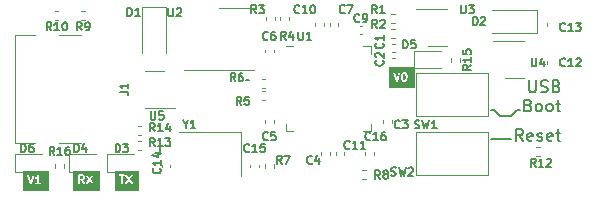
<source format=gbr>
%TF.GenerationSoftware,KiCad,Pcbnew,7.0.2-0*%
%TF.CreationDate,2023-12-30T15:56:12-08:00*%
%TF.ProjectId,uart-friend2-usb,75617274-2d66-4726-9965-6e64322d7573,rev?*%
%TF.SameCoordinates,PX7735940PY6e263e0*%
%TF.FileFunction,Legend,Top*%
%TF.FilePolarity,Positive*%
%FSLAX46Y46*%
G04 Gerber Fmt 4.6, Leading zero omitted, Abs format (unit mm)*
G04 Created by KiCad (PCBNEW 7.0.2-0) date 2023-12-30 15:56:12*
%MOMM*%
%LPD*%
G01*
G04 APERTURE LIST*
%ADD10C,0.150000*%
%ADD11C,0.120000*%
G04 APERTURE END LIST*
D10*
G36*
X5705572Y621695D02*
G01*
X5721693Y605574D01*
X5741666Y565629D01*
X5741666Y501040D01*
X5721693Y461094D01*
X5705572Y444973D01*
X5665628Y425000D01*
X5587205Y425000D01*
X5569160Y426870D01*
X5565460Y425000D01*
X5491666Y425000D01*
X5491666Y641667D01*
X5665628Y641667D01*
X5705572Y621695D01*
G37*
G36*
X7176667Y-650000D02*
G01*
X4925000Y-650000D01*
X4925000Y338876D01*
X5339296Y338876D01*
X5341666Y333687D01*
X5341666Y5885D01*
X5350909Y-25593D01*
X5384195Y-54435D01*
X5427790Y-60703D01*
X5467854Y-42407D01*
X5491666Y-5355D01*
X5491666Y275000D01*
X5544284Y275000D01*
X5761407Y-35176D01*
X5787030Y-55663D01*
X5830839Y-60203D01*
X5870148Y-40338D01*
X5892478Y-2374D01*
X5891673Y17980D01*
X5971845Y17980D01*
X5983542Y-24482D01*
X6016339Y-53879D01*
X6059823Y-60880D01*
X6100188Y-43259D01*
X6283333Y231459D01*
X6460243Y-33907D01*
X6485394Y-54971D01*
X6529089Y-60505D01*
X6568839Y-41538D01*
X6592025Y-4092D01*
X6591285Y39946D01*
X6373471Y366667D01*
X6585051Y684036D01*
X6594821Y715354D01*
X6583124Y757816D01*
X6550327Y787213D01*
X6506843Y794214D01*
X6466478Y776593D01*
X6283332Y501876D01*
X6106423Y767241D01*
X6081272Y788305D01*
X6037577Y793839D01*
X5997827Y774872D01*
X5974641Y737426D01*
X5975381Y693388D01*
X6193194Y366668D01*
X5981615Y49298D01*
X5971845Y17980D01*
X5891673Y17980D01*
X5890737Y41635D01*
X5721709Y283103D01*
X5725593Y284243D01*
X5730233Y289599D01*
X5775130Y312047D01*
X5787461Y314729D01*
X5802085Y329354D01*
X5817206Y343419D01*
X5817568Y344837D01*
X5829716Y356985D01*
X5840567Y363429D01*
X5849815Y381927D01*
X5859713Y400052D01*
X5859608Y401513D01*
X5881943Y446184D01*
X5891666Y461312D01*
X5891666Y476643D01*
X5894380Y491726D01*
X5891666Y498270D01*
X5891666Y579294D01*
X5893597Y597178D01*
X5886740Y610892D01*
X5882423Y625594D01*
X5877069Y630233D01*
X5854621Y675130D01*
X5851939Y687460D01*
X5837315Y702084D01*
X5823249Y717206D01*
X5821830Y717569D01*
X5809682Y729717D01*
X5803238Y740568D01*
X5784730Y749822D01*
X5766616Y759713D01*
X5765155Y759609D01*
X5720483Y781945D01*
X5705355Y791667D01*
X5690024Y791667D01*
X5674941Y794381D01*
X5668398Y791667D01*
X5422026Y791667D01*
X5405542Y794037D01*
X5390389Y787118D01*
X5374406Y782424D01*
X5370669Y778112D01*
X5365478Y775741D01*
X5356470Y761725D01*
X5345564Y749138D01*
X5344752Y743492D01*
X5341666Y738689D01*
X5341666Y722027D01*
X5339296Y705543D01*
X5341666Y700354D01*
X5341666Y355360D01*
X5339296Y338876D01*
X4925000Y338876D01*
X4925000Y1075000D01*
X7176667Y1075000D01*
X7176667Y-650000D01*
G37*
X42000000Y5750000D02*
X42500000Y6250000D01*
X42000000Y5750000D02*
X41000000Y5750000D01*
X12250000Y3250000D02*
X12250000Y2500000D01*
X40250000Y3750000D02*
X42000000Y3750000D01*
X41000000Y5750000D02*
X40500000Y6250000D01*
X40500000Y6250000D02*
X40250000Y6250000D01*
X19500000Y8750000D02*
X19750000Y8750000D01*
X42500000Y6250000D02*
X42750000Y6250000D01*
G36*
X10510000Y-650000D02*
G01*
X8425000Y-650000D01*
X8425000Y705543D01*
X8739296Y705543D01*
X8757592Y665479D01*
X8794644Y641667D01*
X8941666Y641667D01*
X8941666Y5885D01*
X8950909Y-25593D01*
X8984195Y-54435D01*
X9027790Y-60703D01*
X9067854Y-42407D01*
X9091666Y-5355D01*
X9091666Y17980D01*
X9305178Y17980D01*
X9316875Y-24482D01*
X9349672Y-53879D01*
X9393156Y-60880D01*
X9433521Y-43259D01*
X9616666Y231459D01*
X9793576Y-33907D01*
X9818727Y-54971D01*
X9862422Y-60505D01*
X9902172Y-41538D01*
X9925358Y-4092D01*
X9924618Y39946D01*
X9706804Y366667D01*
X9918384Y684036D01*
X9928154Y715354D01*
X9916457Y757816D01*
X9883660Y787213D01*
X9840176Y794214D01*
X9799811Y776593D01*
X9616665Y501876D01*
X9439756Y767241D01*
X9414605Y788305D01*
X9370910Y793839D01*
X9331160Y774872D01*
X9307974Y737426D01*
X9308714Y693388D01*
X9526527Y366668D01*
X9314948Y49298D01*
X9305178Y17980D01*
X9091666Y17980D01*
X9091666Y641667D01*
X9227448Y641667D01*
X9258926Y650910D01*
X9287768Y684196D01*
X9294036Y727791D01*
X9275740Y767855D01*
X9238688Y791667D01*
X9022026Y791667D01*
X9005542Y794037D01*
X9000352Y791667D01*
X8805884Y791667D01*
X8774406Y782424D01*
X8745564Y749138D01*
X8739296Y705543D01*
X8425000Y705543D01*
X8425000Y1075000D01*
X10510000Y1075000D01*
X10510000Y-650000D01*
G37*
G36*
X2826667Y-650000D02*
G01*
X675000Y-650000D01*
X675000Y713842D01*
X988551Y713842D01*
X1224559Y5818D01*
X1224254Y-2630D01*
X1231385Y-14662D01*
X1232258Y-17279D01*
X1236870Y-23916D01*
X1246711Y-40518D01*
X1249316Y-41823D01*
X1250981Y-44219D01*
X1268834Y-51604D01*
X1286087Y-60250D01*
X1288984Y-59939D01*
X1291680Y-61055D01*
X1310681Y-57617D01*
X1329880Y-55563D01*
X1332151Y-53733D01*
X1335020Y-53215D01*
X1349142Y-40054D01*
X1364187Y-27942D01*
X1365109Y-25175D01*
X1367242Y-23188D01*
X1372009Y-4475D01*
X1544805Y513913D01*
X1655216Y513913D01*
X1669106Y472117D01*
X1703387Y444465D01*
X1747176Y439736D01*
X1825129Y478713D01*
X1837462Y481395D01*
X1852089Y496024D01*
X1858333Y501831D01*
X1858333Y91667D01*
X1722551Y91667D01*
X1691073Y82424D01*
X1662231Y49138D01*
X1655963Y5543D01*
X1674259Y-34521D01*
X1711311Y-58333D01*
X1927973Y-58333D01*
X1944457Y-60703D01*
X1949647Y-58333D01*
X2144115Y-58333D01*
X2175593Y-49090D01*
X2204435Y-15804D01*
X2210703Y27791D01*
X2192407Y67855D01*
X2155355Y91667D01*
X2008333Y91667D01*
X2008332Y705242D01*
X2011488Y715354D01*
X2008333Y726807D01*
X2008333Y727449D01*
X2005472Y737191D01*
X1999791Y757815D01*
X1999282Y758271D01*
X1999090Y758927D01*
X1982899Y772957D01*
X1966994Y787213D01*
X1966320Y787322D01*
X1965804Y787769D01*
X1944616Y790816D01*
X1923510Y794213D01*
X1922884Y793940D01*
X1922209Y794037D01*
X1902761Y785157D01*
X1883145Y776593D01*
X1882766Y776025D01*
X1882145Y775741D01*
X1870579Y757745D01*
X1808381Y664449D01*
X1755572Y611639D01*
X1690149Y578927D01*
X1666127Y556583D01*
X1655216Y513913D01*
X1544805Y513913D01*
X1607894Y703179D01*
X1609079Y735965D01*
X1586622Y773852D01*
X1547246Y793585D01*
X1503453Y788897D01*
X1469146Y761276D01*
X1299999Y253838D01*
X1134408Y750613D01*
X1115685Y777553D01*
X1074986Y794389D01*
X1031646Y786549D01*
X999424Y756522D01*
X988551Y713842D01*
X675000Y713842D01*
X675000Y1075000D01*
X2826667Y1075000D01*
X2826667Y-650000D01*
G37*
G36*
X32988905Y9281195D02*
G01*
X33005027Y9265073D01*
X33029235Y9216657D01*
X33058333Y9100267D01*
X33058333Y8952068D01*
X33029235Y8835678D01*
X33005026Y8787261D01*
X32988904Y8771139D01*
X32948962Y8751167D01*
X32917705Y8751167D01*
X32877760Y8771139D01*
X32861638Y8787262D01*
X32837430Y8835677D01*
X32808333Y8952068D01*
X32808333Y9100267D01*
X32837430Y9216658D01*
X32861638Y9265073D01*
X32877760Y9281195D01*
X32917705Y9301167D01*
X32948961Y9301167D01*
X32988905Y9281195D01*
G37*
G36*
X33826667Y8137500D02*
G01*
X31675000Y8137500D01*
X31675000Y9373342D01*
X31988551Y9373342D01*
X32224559Y8665318D01*
X32224254Y8656870D01*
X32231385Y8644838D01*
X32232258Y8642221D01*
X32236870Y8635584D01*
X32246711Y8618982D01*
X32249316Y8617677D01*
X32250981Y8615281D01*
X32268834Y8607896D01*
X32286087Y8599250D01*
X32288984Y8599561D01*
X32291680Y8598445D01*
X32310681Y8601883D01*
X32329880Y8603937D01*
X32332151Y8605767D01*
X32335020Y8606285D01*
X32349142Y8619446D01*
X32364187Y8631558D01*
X32365109Y8634325D01*
X32367242Y8636312D01*
X32372009Y8655025D01*
X32469004Y8946009D01*
X32655231Y8946009D01*
X32658333Y8933601D01*
X32658333Y8932052D01*
X32660938Y8923180D01*
X32690665Y8804268D01*
X32689736Y8795655D01*
X32695901Y8783325D01*
X32696520Y8780850D01*
X32700705Y8773716D01*
X32728713Y8717703D01*
X32731395Y8705374D01*
X32746016Y8690752D01*
X32760085Y8675628D01*
X32761501Y8675266D01*
X32773650Y8663116D01*
X32780095Y8652266D01*
X32798580Y8643024D01*
X32816717Y8633120D01*
X32818178Y8633225D01*
X32862849Y8610890D01*
X32877978Y8601167D01*
X32893309Y8601167D01*
X32908392Y8598453D01*
X32914936Y8601167D01*
X32962629Y8601167D01*
X32980509Y8599236D01*
X32994221Y8606093D01*
X33008926Y8610410D01*
X33013565Y8615764D01*
X33058464Y8638214D01*
X33070795Y8640896D01*
X33085409Y8655511D01*
X33100539Y8669584D01*
X33100901Y8671004D01*
X33113049Y8683152D01*
X33123899Y8689595D01*
X33133145Y8708088D01*
X33143046Y8726220D01*
X33142941Y8727680D01*
X33161106Y8764011D01*
X33167420Y8769946D01*
X33170764Y8783326D01*
X33171903Y8785602D01*
X33173365Y8793729D01*
X33203100Y8912671D01*
X33208333Y8920812D01*
X33208333Y8933600D01*
X33208709Y8935104D01*
X33208333Y8944351D01*
X33208333Y9097158D01*
X33211435Y9106326D01*
X33208333Y9118735D01*
X33208333Y9120282D01*
X33205729Y9129150D01*
X33176000Y9248067D01*
X33176930Y9256679D01*
X33170764Y9269010D01*
X33170146Y9271484D01*
X33165960Y9278619D01*
X33137953Y9334630D01*
X33135272Y9346960D01*
X33120643Y9361590D01*
X33106581Y9376706D01*
X33105164Y9377069D01*
X33093015Y9389217D01*
X33086571Y9400068D01*
X33068063Y9409322D01*
X33049949Y9419213D01*
X33048488Y9419109D01*
X33003816Y9441445D01*
X32988688Y9451167D01*
X32973357Y9451167D01*
X32958274Y9453881D01*
X32951731Y9451167D01*
X32904041Y9451167D01*
X32886157Y9453098D01*
X32872444Y9446242D01*
X32857740Y9441924D01*
X32853100Y9436570D01*
X32808205Y9414123D01*
X32795871Y9411439D01*
X32781237Y9396806D01*
X32766127Y9382750D01*
X32765764Y9381332D01*
X32753615Y9369182D01*
X32742767Y9362739D01*
X32733518Y9344243D01*
X32723620Y9326114D01*
X32723724Y9324655D01*
X32705557Y9288323D01*
X32699246Y9282388D01*
X32695902Y9269013D01*
X32694762Y9266732D01*
X32693297Y9258595D01*
X32663565Y9139664D01*
X32658333Y9131522D01*
X32658333Y9118735D01*
X32657957Y9117230D01*
X32658333Y9107984D01*
X32658333Y8955178D01*
X32655231Y8946009D01*
X32469004Y8946009D01*
X32607894Y9362679D01*
X32609079Y9395465D01*
X32586622Y9433352D01*
X32547246Y9453085D01*
X32503453Y9448397D01*
X32469146Y9420776D01*
X32299999Y8913338D01*
X32134408Y9410113D01*
X32115685Y9437053D01*
X32074986Y9453889D01*
X32031646Y9446049D01*
X31999424Y9416022D01*
X31988551Y9373342D01*
X31675000Y9373342D01*
X31675000Y9862500D01*
X33826667Y9862500D01*
X33826667Y8137500D01*
G37*
X42964284Y3622381D02*
X42630951Y4098572D01*
X42392856Y3622381D02*
X42392856Y4622381D01*
X42392856Y4622381D02*
X42773808Y4622381D01*
X42773808Y4622381D02*
X42869046Y4574762D01*
X42869046Y4574762D02*
X42916665Y4527143D01*
X42916665Y4527143D02*
X42964284Y4431905D01*
X42964284Y4431905D02*
X42964284Y4289048D01*
X42964284Y4289048D02*
X42916665Y4193810D01*
X42916665Y4193810D02*
X42869046Y4146191D01*
X42869046Y4146191D02*
X42773808Y4098572D01*
X42773808Y4098572D02*
X42392856Y4098572D01*
X43773808Y3670000D02*
X43678570Y3622381D01*
X43678570Y3622381D02*
X43488094Y3622381D01*
X43488094Y3622381D02*
X43392856Y3670000D01*
X43392856Y3670000D02*
X43345237Y3765239D01*
X43345237Y3765239D02*
X43345237Y4146191D01*
X43345237Y4146191D02*
X43392856Y4241429D01*
X43392856Y4241429D02*
X43488094Y4289048D01*
X43488094Y4289048D02*
X43678570Y4289048D01*
X43678570Y4289048D02*
X43773808Y4241429D01*
X43773808Y4241429D02*
X43821427Y4146191D01*
X43821427Y4146191D02*
X43821427Y4050953D01*
X43821427Y4050953D02*
X43345237Y3955715D01*
X44202380Y3670000D02*
X44297618Y3622381D01*
X44297618Y3622381D02*
X44488094Y3622381D01*
X44488094Y3622381D02*
X44583332Y3670000D01*
X44583332Y3670000D02*
X44630951Y3765239D01*
X44630951Y3765239D02*
X44630951Y3812858D01*
X44630951Y3812858D02*
X44583332Y3908096D01*
X44583332Y3908096D02*
X44488094Y3955715D01*
X44488094Y3955715D02*
X44345237Y3955715D01*
X44345237Y3955715D02*
X44249999Y4003334D01*
X44249999Y4003334D02*
X44202380Y4098572D01*
X44202380Y4098572D02*
X44202380Y4146191D01*
X44202380Y4146191D02*
X44249999Y4241429D01*
X44249999Y4241429D02*
X44345237Y4289048D01*
X44345237Y4289048D02*
X44488094Y4289048D01*
X44488094Y4289048D02*
X44583332Y4241429D01*
X45440475Y3670000D02*
X45345237Y3622381D01*
X45345237Y3622381D02*
X45154761Y3622381D01*
X45154761Y3622381D02*
X45059523Y3670000D01*
X45059523Y3670000D02*
X45011904Y3765239D01*
X45011904Y3765239D02*
X45011904Y4146191D01*
X45011904Y4146191D02*
X45059523Y4241429D01*
X45059523Y4241429D02*
X45154761Y4289048D01*
X45154761Y4289048D02*
X45345237Y4289048D01*
X45345237Y4289048D02*
X45440475Y4241429D01*
X45440475Y4241429D02*
X45488094Y4146191D01*
X45488094Y4146191D02*
X45488094Y4050953D01*
X45488094Y4050953D02*
X45011904Y3955715D01*
X45773809Y4289048D02*
X46154761Y4289048D01*
X45916666Y4622381D02*
X45916666Y3765239D01*
X45916666Y3765239D02*
X45964285Y3670000D01*
X45964285Y3670000D02*
X46059523Y3622381D01*
X46059523Y3622381D02*
X46154761Y3622381D01*
X43488095Y8742381D02*
X43488095Y7932858D01*
X43488095Y7932858D02*
X43535714Y7837620D01*
X43535714Y7837620D02*
X43583333Y7790000D01*
X43583333Y7790000D02*
X43678571Y7742381D01*
X43678571Y7742381D02*
X43869047Y7742381D01*
X43869047Y7742381D02*
X43964285Y7790000D01*
X43964285Y7790000D02*
X44011904Y7837620D01*
X44011904Y7837620D02*
X44059523Y7932858D01*
X44059523Y7932858D02*
X44059523Y8742381D01*
X44488095Y7790000D02*
X44630952Y7742381D01*
X44630952Y7742381D02*
X44869047Y7742381D01*
X44869047Y7742381D02*
X44964285Y7790000D01*
X44964285Y7790000D02*
X45011904Y7837620D01*
X45011904Y7837620D02*
X45059523Y7932858D01*
X45059523Y7932858D02*
X45059523Y8028096D01*
X45059523Y8028096D02*
X45011904Y8123334D01*
X45011904Y8123334D02*
X44964285Y8170953D01*
X44964285Y8170953D02*
X44869047Y8218572D01*
X44869047Y8218572D02*
X44678571Y8266191D01*
X44678571Y8266191D02*
X44583333Y8313810D01*
X44583333Y8313810D02*
X44535714Y8361429D01*
X44535714Y8361429D02*
X44488095Y8456667D01*
X44488095Y8456667D02*
X44488095Y8551905D01*
X44488095Y8551905D02*
X44535714Y8647143D01*
X44535714Y8647143D02*
X44583333Y8694762D01*
X44583333Y8694762D02*
X44678571Y8742381D01*
X44678571Y8742381D02*
X44916666Y8742381D01*
X44916666Y8742381D02*
X45059523Y8694762D01*
X45821428Y8266191D02*
X45964285Y8218572D01*
X45964285Y8218572D02*
X46011904Y8170953D01*
X46011904Y8170953D02*
X46059523Y8075715D01*
X46059523Y8075715D02*
X46059523Y7932858D01*
X46059523Y7932858D02*
X46011904Y7837620D01*
X46011904Y7837620D02*
X45964285Y7790000D01*
X45964285Y7790000D02*
X45869047Y7742381D01*
X45869047Y7742381D02*
X45488095Y7742381D01*
X45488095Y7742381D02*
X45488095Y8742381D01*
X45488095Y8742381D02*
X45821428Y8742381D01*
X45821428Y8742381D02*
X45916666Y8694762D01*
X45916666Y8694762D02*
X45964285Y8647143D01*
X45964285Y8647143D02*
X46011904Y8551905D01*
X46011904Y8551905D02*
X46011904Y8456667D01*
X46011904Y8456667D02*
X45964285Y8361429D01*
X45964285Y8361429D02*
X45916666Y8313810D01*
X45916666Y8313810D02*
X45821428Y8266191D01*
X45821428Y8266191D02*
X45488095Y8266191D01*
X43440475Y6646191D02*
X43583332Y6598572D01*
X43583332Y6598572D02*
X43630951Y6550953D01*
X43630951Y6550953D02*
X43678570Y6455715D01*
X43678570Y6455715D02*
X43678570Y6312858D01*
X43678570Y6312858D02*
X43630951Y6217620D01*
X43630951Y6217620D02*
X43583332Y6170000D01*
X43583332Y6170000D02*
X43488094Y6122381D01*
X43488094Y6122381D02*
X43107142Y6122381D01*
X43107142Y6122381D02*
X43107142Y7122381D01*
X43107142Y7122381D02*
X43440475Y7122381D01*
X43440475Y7122381D02*
X43535713Y7074762D01*
X43535713Y7074762D02*
X43583332Y7027143D01*
X43583332Y7027143D02*
X43630951Y6931905D01*
X43630951Y6931905D02*
X43630951Y6836667D01*
X43630951Y6836667D02*
X43583332Y6741429D01*
X43583332Y6741429D02*
X43535713Y6693810D01*
X43535713Y6693810D02*
X43440475Y6646191D01*
X43440475Y6646191D02*
X43107142Y6646191D01*
X44249999Y6122381D02*
X44154761Y6170000D01*
X44154761Y6170000D02*
X44107142Y6217620D01*
X44107142Y6217620D02*
X44059523Y6312858D01*
X44059523Y6312858D02*
X44059523Y6598572D01*
X44059523Y6598572D02*
X44107142Y6693810D01*
X44107142Y6693810D02*
X44154761Y6741429D01*
X44154761Y6741429D02*
X44249999Y6789048D01*
X44249999Y6789048D02*
X44392856Y6789048D01*
X44392856Y6789048D02*
X44488094Y6741429D01*
X44488094Y6741429D02*
X44535713Y6693810D01*
X44535713Y6693810D02*
X44583332Y6598572D01*
X44583332Y6598572D02*
X44583332Y6312858D01*
X44583332Y6312858D02*
X44535713Y6217620D01*
X44535713Y6217620D02*
X44488094Y6170000D01*
X44488094Y6170000D02*
X44392856Y6122381D01*
X44392856Y6122381D02*
X44249999Y6122381D01*
X45154761Y6122381D02*
X45059523Y6170000D01*
X45059523Y6170000D02*
X45011904Y6217620D01*
X45011904Y6217620D02*
X44964285Y6312858D01*
X44964285Y6312858D02*
X44964285Y6598572D01*
X44964285Y6598572D02*
X45011904Y6693810D01*
X45011904Y6693810D02*
X45059523Y6741429D01*
X45059523Y6741429D02*
X45154761Y6789048D01*
X45154761Y6789048D02*
X45297618Y6789048D01*
X45297618Y6789048D02*
X45392856Y6741429D01*
X45392856Y6741429D02*
X45440475Y6693810D01*
X45440475Y6693810D02*
X45488094Y6598572D01*
X45488094Y6598572D02*
X45488094Y6312858D01*
X45488094Y6312858D02*
X45440475Y6217620D01*
X45440475Y6217620D02*
X45392856Y6170000D01*
X45392856Y6170000D02*
X45297618Y6122381D01*
X45297618Y6122381D02*
X45154761Y6122381D01*
X45773809Y6789048D02*
X46154761Y6789048D01*
X45916666Y7122381D02*
X45916666Y6265239D01*
X45916666Y6265239D02*
X45964285Y6170000D01*
X45964285Y6170000D02*
X46059523Y6122381D01*
X46059523Y6122381D02*
X46154761Y6122381D01*
%TO.C,J1*%
X8873833Y7766667D02*
X9373833Y7766667D01*
X9373833Y7766667D02*
X9473833Y7733334D01*
X9473833Y7733334D02*
X9540500Y7666667D01*
X9540500Y7666667D02*
X9573833Y7566667D01*
X9573833Y7566667D02*
X9573833Y7500000D01*
X9573833Y8466667D02*
X9573833Y8066667D01*
X9573833Y8266667D02*
X8873833Y8266667D01*
X8873833Y8266667D02*
X8973833Y8200000D01*
X8973833Y8200000D02*
X9040500Y8133333D01*
X9040500Y8133333D02*
X9073833Y8066667D01*
%TO.C,R13*%
X11799999Y3176167D02*
X11566666Y3509500D01*
X11399999Y3176167D02*
X11399999Y3876167D01*
X11399999Y3876167D02*
X11666666Y3876167D01*
X11666666Y3876167D02*
X11733333Y3842834D01*
X11733333Y3842834D02*
X11766666Y3809500D01*
X11766666Y3809500D02*
X11799999Y3742834D01*
X11799999Y3742834D02*
X11799999Y3642834D01*
X11799999Y3642834D02*
X11766666Y3576167D01*
X11766666Y3576167D02*
X11733333Y3542834D01*
X11733333Y3542834D02*
X11666666Y3509500D01*
X11666666Y3509500D02*
X11399999Y3509500D01*
X12466666Y3176167D02*
X12066666Y3176167D01*
X12266666Y3176167D02*
X12266666Y3876167D01*
X12266666Y3876167D02*
X12199999Y3776167D01*
X12199999Y3776167D02*
X12133333Y3709500D01*
X12133333Y3709500D02*
X12066666Y3676167D01*
X12700000Y3876167D02*
X13133333Y3876167D01*
X13133333Y3876167D02*
X12900000Y3609500D01*
X12900000Y3609500D02*
X13000000Y3609500D01*
X13000000Y3609500D02*
X13066666Y3576167D01*
X13066666Y3576167D02*
X13100000Y3542834D01*
X13100000Y3542834D02*
X13133333Y3476167D01*
X13133333Y3476167D02*
X13133333Y3309500D01*
X13133333Y3309500D02*
X13100000Y3242834D01*
X13100000Y3242834D02*
X13066666Y3209500D01*
X13066666Y3209500D02*
X13000000Y3176167D01*
X13000000Y3176167D02*
X12800000Y3176167D01*
X12800000Y3176167D02*
X12733333Y3209500D01*
X12733333Y3209500D02*
X12700000Y3242834D01*
%TO.C,D6*%
X483333Y2676167D02*
X483333Y3376167D01*
X483333Y3376167D02*
X650000Y3376167D01*
X650000Y3376167D02*
X750000Y3342834D01*
X750000Y3342834D02*
X816667Y3276167D01*
X816667Y3276167D02*
X850000Y3209500D01*
X850000Y3209500D02*
X883333Y3076167D01*
X883333Y3076167D02*
X883333Y2976167D01*
X883333Y2976167D02*
X850000Y2842834D01*
X850000Y2842834D02*
X816667Y2776167D01*
X816667Y2776167D02*
X750000Y2709500D01*
X750000Y2709500D02*
X650000Y2676167D01*
X650000Y2676167D02*
X483333Y2676167D01*
X1483333Y3376167D02*
X1350000Y3376167D01*
X1350000Y3376167D02*
X1283333Y3342834D01*
X1283333Y3342834D02*
X1250000Y3309500D01*
X1250000Y3309500D02*
X1183333Y3209500D01*
X1183333Y3209500D02*
X1150000Y3076167D01*
X1150000Y3076167D02*
X1150000Y2809500D01*
X1150000Y2809500D02*
X1183333Y2742834D01*
X1183333Y2742834D02*
X1216667Y2709500D01*
X1216667Y2709500D02*
X1283333Y2676167D01*
X1283333Y2676167D02*
X1416667Y2676167D01*
X1416667Y2676167D02*
X1483333Y2709500D01*
X1483333Y2709500D02*
X1516667Y2742834D01*
X1516667Y2742834D02*
X1550000Y2809500D01*
X1550000Y2809500D02*
X1550000Y2976167D01*
X1550000Y2976167D02*
X1516667Y3042834D01*
X1516667Y3042834D02*
X1483333Y3076167D01*
X1483333Y3076167D02*
X1416667Y3109500D01*
X1416667Y3109500D02*
X1283333Y3109500D01*
X1283333Y3109500D02*
X1216667Y3076167D01*
X1216667Y3076167D02*
X1183333Y3042834D01*
X1183333Y3042834D02*
X1150000Y2976167D01*
%TO.C,D5*%
X32833333Y11451167D02*
X32833333Y12151167D01*
X32833333Y12151167D02*
X33000000Y12151167D01*
X33000000Y12151167D02*
X33100000Y12117834D01*
X33100000Y12117834D02*
X33166667Y12051167D01*
X33166667Y12051167D02*
X33200000Y11984500D01*
X33200000Y11984500D02*
X33233333Y11851167D01*
X33233333Y11851167D02*
X33233333Y11751167D01*
X33233333Y11751167D02*
X33200000Y11617834D01*
X33200000Y11617834D02*
X33166667Y11551167D01*
X33166667Y11551167D02*
X33100000Y11484500D01*
X33100000Y11484500D02*
X33000000Y11451167D01*
X33000000Y11451167D02*
X32833333Y11451167D01*
X33866667Y12151167D02*
X33533333Y12151167D01*
X33533333Y12151167D02*
X33500000Y11817834D01*
X33500000Y11817834D02*
X33533333Y11851167D01*
X33533333Y11851167D02*
X33600000Y11884500D01*
X33600000Y11884500D02*
X33766667Y11884500D01*
X33766667Y11884500D02*
X33833333Y11851167D01*
X33833333Y11851167D02*
X33866667Y11817834D01*
X33866667Y11817834D02*
X33900000Y11751167D01*
X33900000Y11751167D02*
X33900000Y11584500D01*
X33900000Y11584500D02*
X33866667Y11517834D01*
X33866667Y11517834D02*
X33833333Y11484500D01*
X33833333Y11484500D02*
X33766667Y11451167D01*
X33766667Y11451167D02*
X33600000Y11451167D01*
X33600000Y11451167D02*
X33533333Y11484500D01*
X33533333Y11484500D02*
X33500000Y11517834D01*
%TO.C,D4*%
X4983333Y2676167D02*
X4983333Y3376167D01*
X4983333Y3376167D02*
X5150000Y3376167D01*
X5150000Y3376167D02*
X5250000Y3342834D01*
X5250000Y3342834D02*
X5316667Y3276167D01*
X5316667Y3276167D02*
X5350000Y3209500D01*
X5350000Y3209500D02*
X5383333Y3076167D01*
X5383333Y3076167D02*
X5383333Y2976167D01*
X5383333Y2976167D02*
X5350000Y2842834D01*
X5350000Y2842834D02*
X5316667Y2776167D01*
X5316667Y2776167D02*
X5250000Y2709500D01*
X5250000Y2709500D02*
X5150000Y2676167D01*
X5150000Y2676167D02*
X4983333Y2676167D01*
X5983333Y3142834D02*
X5983333Y2676167D01*
X5816667Y3409500D02*
X5650000Y2909500D01*
X5650000Y2909500D02*
X6083333Y2909500D01*
%TO.C,D3*%
X8483333Y2676167D02*
X8483333Y3376167D01*
X8483333Y3376167D02*
X8650000Y3376167D01*
X8650000Y3376167D02*
X8750000Y3342834D01*
X8750000Y3342834D02*
X8816667Y3276167D01*
X8816667Y3276167D02*
X8850000Y3209500D01*
X8850000Y3209500D02*
X8883333Y3076167D01*
X8883333Y3076167D02*
X8883333Y2976167D01*
X8883333Y2976167D02*
X8850000Y2842834D01*
X8850000Y2842834D02*
X8816667Y2776167D01*
X8816667Y2776167D02*
X8750000Y2709500D01*
X8750000Y2709500D02*
X8650000Y2676167D01*
X8650000Y2676167D02*
X8483333Y2676167D01*
X9116667Y3376167D02*
X9550000Y3376167D01*
X9550000Y3376167D02*
X9316667Y3109500D01*
X9316667Y3109500D02*
X9416667Y3109500D01*
X9416667Y3109500D02*
X9483333Y3076167D01*
X9483333Y3076167D02*
X9516667Y3042834D01*
X9516667Y3042834D02*
X9550000Y2976167D01*
X9550000Y2976167D02*
X9550000Y2809500D01*
X9550000Y2809500D02*
X9516667Y2742834D01*
X9516667Y2742834D02*
X9483333Y2709500D01*
X9483333Y2709500D02*
X9416667Y2676167D01*
X9416667Y2676167D02*
X9216667Y2676167D01*
X9216667Y2676167D02*
X9150000Y2709500D01*
X9150000Y2709500D02*
X9116667Y2742834D01*
%TO.C,D1*%
X9483333Y14176167D02*
X9483333Y14876167D01*
X9483333Y14876167D02*
X9650000Y14876167D01*
X9650000Y14876167D02*
X9750000Y14842834D01*
X9750000Y14842834D02*
X9816667Y14776167D01*
X9816667Y14776167D02*
X9850000Y14709500D01*
X9850000Y14709500D02*
X9883333Y14576167D01*
X9883333Y14576167D02*
X9883333Y14476167D01*
X9883333Y14476167D02*
X9850000Y14342834D01*
X9850000Y14342834D02*
X9816667Y14276167D01*
X9816667Y14276167D02*
X9750000Y14209500D01*
X9750000Y14209500D02*
X9650000Y14176167D01*
X9650000Y14176167D02*
X9483333Y14176167D01*
X10550000Y14176167D02*
X10150000Y14176167D01*
X10350000Y14176167D02*
X10350000Y14876167D01*
X10350000Y14876167D02*
X10283333Y14776167D01*
X10283333Y14776167D02*
X10216667Y14709500D01*
X10216667Y14709500D02*
X10150000Y14676167D01*
%TO.C,Y1*%
X14416667Y5009500D02*
X14416667Y4676167D01*
X14183333Y5376167D02*
X14416667Y5009500D01*
X14416667Y5009500D02*
X14650000Y5376167D01*
X15250000Y4676167D02*
X14850000Y4676167D01*
X15050000Y4676167D02*
X15050000Y5376167D01*
X15050000Y5376167D02*
X14983333Y5276167D01*
X14983333Y5276167D02*
X14916667Y5209500D01*
X14916667Y5209500D02*
X14850000Y5176167D01*
%TO.C,U1*%
X23966666Y12876167D02*
X23966666Y12309500D01*
X23966666Y12309500D02*
X24000000Y12242834D01*
X24000000Y12242834D02*
X24033333Y12209500D01*
X24033333Y12209500D02*
X24100000Y12176167D01*
X24100000Y12176167D02*
X24233333Y12176167D01*
X24233333Y12176167D02*
X24300000Y12209500D01*
X24300000Y12209500D02*
X24333333Y12242834D01*
X24333333Y12242834D02*
X24366666Y12309500D01*
X24366666Y12309500D02*
X24366666Y12876167D01*
X25066666Y12176167D02*
X24666666Y12176167D01*
X24866666Y12176167D02*
X24866666Y12876167D01*
X24866666Y12876167D02*
X24799999Y12776167D01*
X24799999Y12776167D02*
X24733333Y12709500D01*
X24733333Y12709500D02*
X24666666Y12676167D01*
%TO.C,R1*%
X30608333Y14426167D02*
X30375000Y14759500D01*
X30208333Y14426167D02*
X30208333Y15126167D01*
X30208333Y15126167D02*
X30475000Y15126167D01*
X30475000Y15126167D02*
X30541667Y15092834D01*
X30541667Y15092834D02*
X30575000Y15059500D01*
X30575000Y15059500D02*
X30608333Y14992834D01*
X30608333Y14992834D02*
X30608333Y14892834D01*
X30608333Y14892834D02*
X30575000Y14826167D01*
X30575000Y14826167D02*
X30541667Y14792834D01*
X30541667Y14792834D02*
X30475000Y14759500D01*
X30475000Y14759500D02*
X30208333Y14759500D01*
X31275000Y14426167D02*
X30875000Y14426167D01*
X31075000Y14426167D02*
X31075000Y15126167D01*
X31075000Y15126167D02*
X31008333Y15026167D01*
X31008333Y15026167D02*
X30941667Y14959500D01*
X30941667Y14959500D02*
X30875000Y14926167D01*
%TO.C,R14*%
X11799999Y4426167D02*
X11566666Y4759500D01*
X11399999Y4426167D02*
X11399999Y5126167D01*
X11399999Y5126167D02*
X11666666Y5126167D01*
X11666666Y5126167D02*
X11733333Y5092834D01*
X11733333Y5092834D02*
X11766666Y5059500D01*
X11766666Y5059500D02*
X11799999Y4992834D01*
X11799999Y4992834D02*
X11799999Y4892834D01*
X11799999Y4892834D02*
X11766666Y4826167D01*
X11766666Y4826167D02*
X11733333Y4792834D01*
X11733333Y4792834D02*
X11666666Y4759500D01*
X11666666Y4759500D02*
X11399999Y4759500D01*
X12466666Y4426167D02*
X12066666Y4426167D01*
X12266666Y4426167D02*
X12266666Y5126167D01*
X12266666Y5126167D02*
X12199999Y5026167D01*
X12199999Y5026167D02*
X12133333Y4959500D01*
X12133333Y4959500D02*
X12066666Y4926167D01*
X13066666Y4892834D02*
X13066666Y4426167D01*
X12900000Y5159500D02*
X12733333Y4659500D01*
X12733333Y4659500D02*
X13166666Y4659500D01*
%TO.C,C15*%
X19799999Y2742834D02*
X19766666Y2709500D01*
X19766666Y2709500D02*
X19666666Y2676167D01*
X19666666Y2676167D02*
X19599999Y2676167D01*
X19599999Y2676167D02*
X19499999Y2709500D01*
X19499999Y2709500D02*
X19433333Y2776167D01*
X19433333Y2776167D02*
X19399999Y2842834D01*
X19399999Y2842834D02*
X19366666Y2976167D01*
X19366666Y2976167D02*
X19366666Y3076167D01*
X19366666Y3076167D02*
X19399999Y3209500D01*
X19399999Y3209500D02*
X19433333Y3276167D01*
X19433333Y3276167D02*
X19499999Y3342834D01*
X19499999Y3342834D02*
X19599999Y3376167D01*
X19599999Y3376167D02*
X19666666Y3376167D01*
X19666666Y3376167D02*
X19766666Y3342834D01*
X19766666Y3342834D02*
X19799999Y3309500D01*
X20466666Y2676167D02*
X20066666Y2676167D01*
X20266666Y2676167D02*
X20266666Y3376167D01*
X20266666Y3376167D02*
X20199999Y3276167D01*
X20199999Y3276167D02*
X20133333Y3209500D01*
X20133333Y3209500D02*
X20066666Y3176167D01*
X21100000Y3376167D02*
X20766666Y3376167D01*
X20766666Y3376167D02*
X20733333Y3042834D01*
X20733333Y3042834D02*
X20766666Y3076167D01*
X20766666Y3076167D02*
X20833333Y3109500D01*
X20833333Y3109500D02*
X21000000Y3109500D01*
X21000000Y3109500D02*
X21066666Y3076167D01*
X21066666Y3076167D02*
X21100000Y3042834D01*
X21100000Y3042834D02*
X21133333Y2976167D01*
X21133333Y2976167D02*
X21133333Y2809500D01*
X21133333Y2809500D02*
X21100000Y2742834D01*
X21100000Y2742834D02*
X21066666Y2709500D01*
X21066666Y2709500D02*
X21000000Y2676167D01*
X21000000Y2676167D02*
X20833333Y2676167D01*
X20833333Y2676167D02*
X20766666Y2709500D01*
X20766666Y2709500D02*
X20733333Y2742834D01*
%TO.C,R8*%
X30883333Y426167D02*
X30650000Y759500D01*
X30483333Y426167D02*
X30483333Y1126167D01*
X30483333Y1126167D02*
X30750000Y1126167D01*
X30750000Y1126167D02*
X30816667Y1092834D01*
X30816667Y1092834D02*
X30850000Y1059500D01*
X30850000Y1059500D02*
X30883333Y992834D01*
X30883333Y992834D02*
X30883333Y892834D01*
X30883333Y892834D02*
X30850000Y826167D01*
X30850000Y826167D02*
X30816667Y792834D01*
X30816667Y792834D02*
X30750000Y759500D01*
X30750000Y759500D02*
X30483333Y759500D01*
X31283333Y826167D02*
X31216667Y859500D01*
X31216667Y859500D02*
X31183333Y892834D01*
X31183333Y892834D02*
X31150000Y959500D01*
X31150000Y959500D02*
X31150000Y992834D01*
X31150000Y992834D02*
X31183333Y1059500D01*
X31183333Y1059500D02*
X31216667Y1092834D01*
X31216667Y1092834D02*
X31283333Y1126167D01*
X31283333Y1126167D02*
X31416667Y1126167D01*
X31416667Y1126167D02*
X31483333Y1092834D01*
X31483333Y1092834D02*
X31516667Y1059500D01*
X31516667Y1059500D02*
X31550000Y992834D01*
X31550000Y992834D02*
X31550000Y959500D01*
X31550000Y959500D02*
X31516667Y892834D01*
X31516667Y892834D02*
X31483333Y859500D01*
X31483333Y859500D02*
X31416667Y826167D01*
X31416667Y826167D02*
X31283333Y826167D01*
X31283333Y826167D02*
X31216667Y792834D01*
X31216667Y792834D02*
X31183333Y759500D01*
X31183333Y759500D02*
X31150000Y692834D01*
X31150000Y692834D02*
X31150000Y559500D01*
X31150000Y559500D02*
X31183333Y492834D01*
X31183333Y492834D02*
X31216667Y459500D01*
X31216667Y459500D02*
X31283333Y426167D01*
X31283333Y426167D02*
X31416667Y426167D01*
X31416667Y426167D02*
X31483333Y459500D01*
X31483333Y459500D02*
X31516667Y492834D01*
X31516667Y492834D02*
X31550000Y559500D01*
X31550000Y559500D02*
X31550000Y692834D01*
X31550000Y692834D02*
X31516667Y759500D01*
X31516667Y759500D02*
X31483333Y792834D01*
X31483333Y792834D02*
X31416667Y826167D01*
%TO.C,R12*%
X44049999Y1426167D02*
X43816666Y1759500D01*
X43649999Y1426167D02*
X43649999Y2126167D01*
X43649999Y2126167D02*
X43916666Y2126167D01*
X43916666Y2126167D02*
X43983333Y2092834D01*
X43983333Y2092834D02*
X44016666Y2059500D01*
X44016666Y2059500D02*
X44049999Y1992834D01*
X44049999Y1992834D02*
X44049999Y1892834D01*
X44049999Y1892834D02*
X44016666Y1826167D01*
X44016666Y1826167D02*
X43983333Y1792834D01*
X43983333Y1792834D02*
X43916666Y1759500D01*
X43916666Y1759500D02*
X43649999Y1759500D01*
X44716666Y1426167D02*
X44316666Y1426167D01*
X44516666Y1426167D02*
X44516666Y2126167D01*
X44516666Y2126167D02*
X44449999Y2026167D01*
X44449999Y2026167D02*
X44383333Y1959500D01*
X44383333Y1959500D02*
X44316666Y1926167D01*
X44983333Y2059500D02*
X45016666Y2092834D01*
X45016666Y2092834D02*
X45083333Y2126167D01*
X45083333Y2126167D02*
X45250000Y2126167D01*
X45250000Y2126167D02*
X45316666Y2092834D01*
X45316666Y2092834D02*
X45350000Y2059500D01*
X45350000Y2059500D02*
X45383333Y1992834D01*
X45383333Y1992834D02*
X45383333Y1926167D01*
X45383333Y1926167D02*
X45350000Y1826167D01*
X45350000Y1826167D02*
X44950000Y1426167D01*
X44950000Y1426167D02*
X45383333Y1426167D01*
%TO.C,R10*%
X3049999Y12976167D02*
X2816666Y13309500D01*
X2649999Y12976167D02*
X2649999Y13676167D01*
X2649999Y13676167D02*
X2916666Y13676167D01*
X2916666Y13676167D02*
X2983333Y13642834D01*
X2983333Y13642834D02*
X3016666Y13609500D01*
X3016666Y13609500D02*
X3049999Y13542834D01*
X3049999Y13542834D02*
X3049999Y13442834D01*
X3049999Y13442834D02*
X3016666Y13376167D01*
X3016666Y13376167D02*
X2983333Y13342834D01*
X2983333Y13342834D02*
X2916666Y13309500D01*
X2916666Y13309500D02*
X2649999Y13309500D01*
X3716666Y12976167D02*
X3316666Y12976167D01*
X3516666Y12976167D02*
X3516666Y13676167D01*
X3516666Y13676167D02*
X3449999Y13576167D01*
X3449999Y13576167D02*
X3383333Y13509500D01*
X3383333Y13509500D02*
X3316666Y13476167D01*
X4150000Y13676167D02*
X4216666Y13676167D01*
X4216666Y13676167D02*
X4283333Y13642834D01*
X4283333Y13642834D02*
X4316666Y13609500D01*
X4316666Y13609500D02*
X4350000Y13542834D01*
X4350000Y13542834D02*
X4383333Y13409500D01*
X4383333Y13409500D02*
X4383333Y13242834D01*
X4383333Y13242834D02*
X4350000Y13109500D01*
X4350000Y13109500D02*
X4316666Y13042834D01*
X4316666Y13042834D02*
X4283333Y13009500D01*
X4283333Y13009500D02*
X4216666Y12976167D01*
X4216666Y12976167D02*
X4150000Y12976167D01*
X4150000Y12976167D02*
X4083333Y13009500D01*
X4083333Y13009500D02*
X4050000Y13042834D01*
X4050000Y13042834D02*
X4016666Y13109500D01*
X4016666Y13109500D02*
X3983333Y13242834D01*
X3983333Y13242834D02*
X3983333Y13409500D01*
X3983333Y13409500D02*
X4016666Y13542834D01*
X4016666Y13542834D02*
X4050000Y13609500D01*
X4050000Y13609500D02*
X4083333Y13642834D01*
X4083333Y13642834D02*
X4150000Y13676167D01*
%TO.C,C14*%
X12257166Y1300000D02*
X12290500Y1266667D01*
X12290500Y1266667D02*
X12323833Y1166667D01*
X12323833Y1166667D02*
X12323833Y1100000D01*
X12323833Y1100000D02*
X12290500Y1000000D01*
X12290500Y1000000D02*
X12223833Y933333D01*
X12223833Y933333D02*
X12157166Y900000D01*
X12157166Y900000D02*
X12023833Y866667D01*
X12023833Y866667D02*
X11923833Y866667D01*
X11923833Y866667D02*
X11790500Y900000D01*
X11790500Y900000D02*
X11723833Y933333D01*
X11723833Y933333D02*
X11657166Y1000000D01*
X11657166Y1000000D02*
X11623833Y1100000D01*
X11623833Y1100000D02*
X11623833Y1166667D01*
X11623833Y1166667D02*
X11657166Y1266667D01*
X11657166Y1266667D02*
X11690500Y1300000D01*
X12323833Y1966667D02*
X12323833Y1566667D01*
X12323833Y1766667D02*
X11623833Y1766667D01*
X11623833Y1766667D02*
X11723833Y1700000D01*
X11723833Y1700000D02*
X11790500Y1633333D01*
X11790500Y1633333D02*
X11823833Y1566667D01*
X11857166Y2566667D02*
X12323833Y2566667D01*
X11590500Y2400000D02*
X12090500Y2233334D01*
X12090500Y2233334D02*
X12090500Y2666667D01*
%TO.C,C1*%
X31107166Y11883334D02*
X31140500Y11850001D01*
X31140500Y11850001D02*
X31173833Y11750001D01*
X31173833Y11750001D02*
X31173833Y11683334D01*
X31173833Y11683334D02*
X31140500Y11583334D01*
X31140500Y11583334D02*
X31073833Y11516667D01*
X31073833Y11516667D02*
X31007166Y11483334D01*
X31007166Y11483334D02*
X30873833Y11450001D01*
X30873833Y11450001D02*
X30773833Y11450001D01*
X30773833Y11450001D02*
X30640500Y11483334D01*
X30640500Y11483334D02*
X30573833Y11516667D01*
X30573833Y11516667D02*
X30507166Y11583334D01*
X30507166Y11583334D02*
X30473833Y11683334D01*
X30473833Y11683334D02*
X30473833Y11750001D01*
X30473833Y11750001D02*
X30507166Y11850001D01*
X30507166Y11850001D02*
X30540500Y11883334D01*
X31173833Y12550001D02*
X31173833Y12150001D01*
X31173833Y12350001D02*
X30473833Y12350001D01*
X30473833Y12350001D02*
X30573833Y12283334D01*
X30573833Y12283334D02*
X30640500Y12216667D01*
X30640500Y12216667D02*
X30673833Y12150001D01*
%TO.C,R3*%
X20383333Y14426167D02*
X20150000Y14759500D01*
X19983333Y14426167D02*
X19983333Y15126167D01*
X19983333Y15126167D02*
X20250000Y15126167D01*
X20250000Y15126167D02*
X20316667Y15092834D01*
X20316667Y15092834D02*
X20350000Y15059500D01*
X20350000Y15059500D02*
X20383333Y14992834D01*
X20383333Y14992834D02*
X20383333Y14892834D01*
X20383333Y14892834D02*
X20350000Y14826167D01*
X20350000Y14826167D02*
X20316667Y14792834D01*
X20316667Y14792834D02*
X20250000Y14759500D01*
X20250000Y14759500D02*
X19983333Y14759500D01*
X20616667Y15126167D02*
X21050000Y15126167D01*
X21050000Y15126167D02*
X20816667Y14859500D01*
X20816667Y14859500D02*
X20916667Y14859500D01*
X20916667Y14859500D02*
X20983333Y14826167D01*
X20983333Y14826167D02*
X21016667Y14792834D01*
X21016667Y14792834D02*
X21050000Y14726167D01*
X21050000Y14726167D02*
X21050000Y14559500D01*
X21050000Y14559500D02*
X21016667Y14492834D01*
X21016667Y14492834D02*
X20983333Y14459500D01*
X20983333Y14459500D02*
X20916667Y14426167D01*
X20916667Y14426167D02*
X20716667Y14426167D01*
X20716667Y14426167D02*
X20650000Y14459500D01*
X20650000Y14459500D02*
X20616667Y14492834D01*
%TO.C,C2*%
X31107166Y10433334D02*
X31140500Y10400001D01*
X31140500Y10400001D02*
X31173833Y10300001D01*
X31173833Y10300001D02*
X31173833Y10233334D01*
X31173833Y10233334D02*
X31140500Y10133334D01*
X31140500Y10133334D02*
X31073833Y10066667D01*
X31073833Y10066667D02*
X31007166Y10033334D01*
X31007166Y10033334D02*
X30873833Y10000001D01*
X30873833Y10000001D02*
X30773833Y10000001D01*
X30773833Y10000001D02*
X30640500Y10033334D01*
X30640500Y10033334D02*
X30573833Y10066667D01*
X30573833Y10066667D02*
X30507166Y10133334D01*
X30507166Y10133334D02*
X30473833Y10233334D01*
X30473833Y10233334D02*
X30473833Y10300001D01*
X30473833Y10300001D02*
X30507166Y10400001D01*
X30507166Y10400001D02*
X30540500Y10433334D01*
X30540500Y10700001D02*
X30507166Y10733334D01*
X30507166Y10733334D02*
X30473833Y10800001D01*
X30473833Y10800001D02*
X30473833Y10966667D01*
X30473833Y10966667D02*
X30507166Y11033334D01*
X30507166Y11033334D02*
X30540500Y11066667D01*
X30540500Y11066667D02*
X30607166Y11100001D01*
X30607166Y11100001D02*
X30673833Y11100001D01*
X30673833Y11100001D02*
X30773833Y11066667D01*
X30773833Y11066667D02*
X31173833Y10666667D01*
X31173833Y10666667D02*
X31173833Y11100001D01*
%TO.C,R15*%
X38573833Y10050000D02*
X38240500Y9816667D01*
X38573833Y9650000D02*
X37873833Y9650000D01*
X37873833Y9650000D02*
X37873833Y9916667D01*
X37873833Y9916667D02*
X37907166Y9983333D01*
X37907166Y9983333D02*
X37940500Y10016667D01*
X37940500Y10016667D02*
X38007166Y10050000D01*
X38007166Y10050000D02*
X38107166Y10050000D01*
X38107166Y10050000D02*
X38173833Y10016667D01*
X38173833Y10016667D02*
X38207166Y9983333D01*
X38207166Y9983333D02*
X38240500Y9916667D01*
X38240500Y9916667D02*
X38240500Y9650000D01*
X38573833Y10716667D02*
X38573833Y10316667D01*
X38573833Y10516667D02*
X37873833Y10516667D01*
X37873833Y10516667D02*
X37973833Y10450000D01*
X37973833Y10450000D02*
X38040500Y10383333D01*
X38040500Y10383333D02*
X38073833Y10316667D01*
X37873833Y11350000D02*
X37873833Y11016667D01*
X37873833Y11016667D02*
X38207166Y10983334D01*
X38207166Y10983334D02*
X38173833Y11016667D01*
X38173833Y11016667D02*
X38140500Y11083334D01*
X38140500Y11083334D02*
X38140500Y11250000D01*
X38140500Y11250000D02*
X38173833Y11316667D01*
X38173833Y11316667D02*
X38207166Y11350000D01*
X38207166Y11350000D02*
X38273833Y11383334D01*
X38273833Y11383334D02*
X38440500Y11383334D01*
X38440500Y11383334D02*
X38507166Y11350000D01*
X38507166Y11350000D02*
X38540500Y11316667D01*
X38540500Y11316667D02*
X38573833Y11250000D01*
X38573833Y11250000D02*
X38573833Y11083334D01*
X38573833Y11083334D02*
X38540500Y11016667D01*
X38540500Y11016667D02*
X38507166Y10983334D01*
%TO.C,SW2*%
X31816666Y709500D02*
X31916666Y676167D01*
X31916666Y676167D02*
X32083333Y676167D01*
X32083333Y676167D02*
X32149999Y709500D01*
X32149999Y709500D02*
X32183333Y742834D01*
X32183333Y742834D02*
X32216666Y809500D01*
X32216666Y809500D02*
X32216666Y876167D01*
X32216666Y876167D02*
X32183333Y942834D01*
X32183333Y942834D02*
X32149999Y976167D01*
X32149999Y976167D02*
X32083333Y1009500D01*
X32083333Y1009500D02*
X31949999Y1042834D01*
X31949999Y1042834D02*
X31883333Y1076167D01*
X31883333Y1076167D02*
X31849999Y1109500D01*
X31849999Y1109500D02*
X31816666Y1176167D01*
X31816666Y1176167D02*
X31816666Y1242834D01*
X31816666Y1242834D02*
X31849999Y1309500D01*
X31849999Y1309500D02*
X31883333Y1342834D01*
X31883333Y1342834D02*
X31949999Y1376167D01*
X31949999Y1376167D02*
X32116666Y1376167D01*
X32116666Y1376167D02*
X32216666Y1342834D01*
X32450000Y1376167D02*
X32616666Y676167D01*
X32616666Y676167D02*
X32750000Y1176167D01*
X32750000Y1176167D02*
X32883333Y676167D01*
X32883333Y676167D02*
X33050000Y1376167D01*
X33283333Y1309500D02*
X33316666Y1342834D01*
X33316666Y1342834D02*
X33383333Y1376167D01*
X33383333Y1376167D02*
X33550000Y1376167D01*
X33550000Y1376167D02*
X33616666Y1342834D01*
X33616666Y1342834D02*
X33650000Y1309500D01*
X33650000Y1309500D02*
X33683333Y1242834D01*
X33683333Y1242834D02*
X33683333Y1176167D01*
X33683333Y1176167D02*
X33650000Y1076167D01*
X33650000Y1076167D02*
X33250000Y676167D01*
X33250000Y676167D02*
X33683333Y676167D01*
%TO.C,C5*%
X21383333Y3742834D02*
X21350000Y3709500D01*
X21350000Y3709500D02*
X21250000Y3676167D01*
X21250000Y3676167D02*
X21183333Y3676167D01*
X21183333Y3676167D02*
X21083333Y3709500D01*
X21083333Y3709500D02*
X21016667Y3776167D01*
X21016667Y3776167D02*
X20983333Y3842834D01*
X20983333Y3842834D02*
X20950000Y3976167D01*
X20950000Y3976167D02*
X20950000Y4076167D01*
X20950000Y4076167D02*
X20983333Y4209500D01*
X20983333Y4209500D02*
X21016667Y4276167D01*
X21016667Y4276167D02*
X21083333Y4342834D01*
X21083333Y4342834D02*
X21183333Y4376167D01*
X21183333Y4376167D02*
X21250000Y4376167D01*
X21250000Y4376167D02*
X21350000Y4342834D01*
X21350000Y4342834D02*
X21383333Y4309500D01*
X22016667Y4376167D02*
X21683333Y4376167D01*
X21683333Y4376167D02*
X21650000Y4042834D01*
X21650000Y4042834D02*
X21683333Y4076167D01*
X21683333Y4076167D02*
X21750000Y4109500D01*
X21750000Y4109500D02*
X21916667Y4109500D01*
X21916667Y4109500D02*
X21983333Y4076167D01*
X21983333Y4076167D02*
X22016667Y4042834D01*
X22016667Y4042834D02*
X22050000Y3976167D01*
X22050000Y3976167D02*
X22050000Y3809500D01*
X22050000Y3809500D02*
X22016667Y3742834D01*
X22016667Y3742834D02*
X21983333Y3709500D01*
X21983333Y3709500D02*
X21916667Y3676167D01*
X21916667Y3676167D02*
X21750000Y3676167D01*
X21750000Y3676167D02*
X21683333Y3709500D01*
X21683333Y3709500D02*
X21650000Y3742834D01*
%TO.C,C16*%
X30049999Y3742834D02*
X30016666Y3709500D01*
X30016666Y3709500D02*
X29916666Y3676167D01*
X29916666Y3676167D02*
X29849999Y3676167D01*
X29849999Y3676167D02*
X29749999Y3709500D01*
X29749999Y3709500D02*
X29683333Y3776167D01*
X29683333Y3776167D02*
X29649999Y3842834D01*
X29649999Y3842834D02*
X29616666Y3976167D01*
X29616666Y3976167D02*
X29616666Y4076167D01*
X29616666Y4076167D02*
X29649999Y4209500D01*
X29649999Y4209500D02*
X29683333Y4276167D01*
X29683333Y4276167D02*
X29749999Y4342834D01*
X29749999Y4342834D02*
X29849999Y4376167D01*
X29849999Y4376167D02*
X29916666Y4376167D01*
X29916666Y4376167D02*
X30016666Y4342834D01*
X30016666Y4342834D02*
X30049999Y4309500D01*
X30716666Y3676167D02*
X30316666Y3676167D01*
X30516666Y3676167D02*
X30516666Y4376167D01*
X30516666Y4376167D02*
X30449999Y4276167D01*
X30449999Y4276167D02*
X30383333Y4209500D01*
X30383333Y4209500D02*
X30316666Y4176167D01*
X31316666Y4376167D02*
X31183333Y4376167D01*
X31183333Y4376167D02*
X31116666Y4342834D01*
X31116666Y4342834D02*
X31083333Y4309500D01*
X31083333Y4309500D02*
X31016666Y4209500D01*
X31016666Y4209500D02*
X30983333Y4076167D01*
X30983333Y4076167D02*
X30983333Y3809500D01*
X30983333Y3809500D02*
X31016666Y3742834D01*
X31016666Y3742834D02*
X31050000Y3709500D01*
X31050000Y3709500D02*
X31116666Y3676167D01*
X31116666Y3676167D02*
X31250000Y3676167D01*
X31250000Y3676167D02*
X31316666Y3709500D01*
X31316666Y3709500D02*
X31350000Y3742834D01*
X31350000Y3742834D02*
X31383333Y3809500D01*
X31383333Y3809500D02*
X31383333Y3976167D01*
X31383333Y3976167D02*
X31350000Y4042834D01*
X31350000Y4042834D02*
X31316666Y4076167D01*
X31316666Y4076167D02*
X31250000Y4109500D01*
X31250000Y4109500D02*
X31116666Y4109500D01*
X31116666Y4109500D02*
X31050000Y4076167D01*
X31050000Y4076167D02*
X31016666Y4042834D01*
X31016666Y4042834D02*
X30983333Y3976167D01*
%TO.C,C3*%
X32543333Y4742834D02*
X32510000Y4709500D01*
X32510000Y4709500D02*
X32410000Y4676167D01*
X32410000Y4676167D02*
X32343333Y4676167D01*
X32343333Y4676167D02*
X32243333Y4709500D01*
X32243333Y4709500D02*
X32176667Y4776167D01*
X32176667Y4776167D02*
X32143333Y4842834D01*
X32143333Y4842834D02*
X32110000Y4976167D01*
X32110000Y4976167D02*
X32110000Y5076167D01*
X32110000Y5076167D02*
X32143333Y5209500D01*
X32143333Y5209500D02*
X32176667Y5276167D01*
X32176667Y5276167D02*
X32243333Y5342834D01*
X32243333Y5342834D02*
X32343333Y5376167D01*
X32343333Y5376167D02*
X32410000Y5376167D01*
X32410000Y5376167D02*
X32510000Y5342834D01*
X32510000Y5342834D02*
X32543333Y5309500D01*
X32776667Y5376167D02*
X33210000Y5376167D01*
X33210000Y5376167D02*
X32976667Y5109500D01*
X32976667Y5109500D02*
X33076667Y5109500D01*
X33076667Y5109500D02*
X33143333Y5076167D01*
X33143333Y5076167D02*
X33176667Y5042834D01*
X33176667Y5042834D02*
X33210000Y4976167D01*
X33210000Y4976167D02*
X33210000Y4809500D01*
X33210000Y4809500D02*
X33176667Y4742834D01*
X33176667Y4742834D02*
X33143333Y4709500D01*
X33143333Y4709500D02*
X33076667Y4676167D01*
X33076667Y4676167D02*
X32876667Y4676167D01*
X32876667Y4676167D02*
X32810000Y4709500D01*
X32810000Y4709500D02*
X32776667Y4742834D01*
%TO.C,R7*%
X22553333Y1676167D02*
X22320000Y2009500D01*
X22153333Y1676167D02*
X22153333Y2376167D01*
X22153333Y2376167D02*
X22420000Y2376167D01*
X22420000Y2376167D02*
X22486667Y2342834D01*
X22486667Y2342834D02*
X22520000Y2309500D01*
X22520000Y2309500D02*
X22553333Y2242834D01*
X22553333Y2242834D02*
X22553333Y2142834D01*
X22553333Y2142834D02*
X22520000Y2076167D01*
X22520000Y2076167D02*
X22486667Y2042834D01*
X22486667Y2042834D02*
X22420000Y2009500D01*
X22420000Y2009500D02*
X22153333Y2009500D01*
X22786667Y2376167D02*
X23253333Y2376167D01*
X23253333Y2376167D02*
X22953333Y1676167D01*
%TO.C,R9*%
X5633333Y12976167D02*
X5400000Y13309500D01*
X5233333Y12976167D02*
X5233333Y13676167D01*
X5233333Y13676167D02*
X5500000Y13676167D01*
X5500000Y13676167D02*
X5566667Y13642834D01*
X5566667Y13642834D02*
X5600000Y13609500D01*
X5600000Y13609500D02*
X5633333Y13542834D01*
X5633333Y13542834D02*
X5633333Y13442834D01*
X5633333Y13442834D02*
X5600000Y13376167D01*
X5600000Y13376167D02*
X5566667Y13342834D01*
X5566667Y13342834D02*
X5500000Y13309500D01*
X5500000Y13309500D02*
X5233333Y13309500D01*
X5966667Y12976167D02*
X6100000Y12976167D01*
X6100000Y12976167D02*
X6166667Y13009500D01*
X6166667Y13009500D02*
X6200000Y13042834D01*
X6200000Y13042834D02*
X6266667Y13142834D01*
X6266667Y13142834D02*
X6300000Y13276167D01*
X6300000Y13276167D02*
X6300000Y13542834D01*
X6300000Y13542834D02*
X6266667Y13609500D01*
X6266667Y13609500D02*
X6233333Y13642834D01*
X6233333Y13642834D02*
X6166667Y13676167D01*
X6166667Y13676167D02*
X6033333Y13676167D01*
X6033333Y13676167D02*
X5966667Y13642834D01*
X5966667Y13642834D02*
X5933333Y13609500D01*
X5933333Y13609500D02*
X5900000Y13542834D01*
X5900000Y13542834D02*
X5900000Y13376167D01*
X5900000Y13376167D02*
X5933333Y13309500D01*
X5933333Y13309500D02*
X5966667Y13276167D01*
X5966667Y13276167D02*
X6033333Y13242834D01*
X6033333Y13242834D02*
X6166667Y13242834D01*
X6166667Y13242834D02*
X6233333Y13276167D01*
X6233333Y13276167D02*
X6266667Y13309500D01*
X6266667Y13309500D02*
X6300000Y13376167D01*
%TO.C,C9*%
X29133333Y13742834D02*
X29100000Y13709500D01*
X29100000Y13709500D02*
X29000000Y13676167D01*
X29000000Y13676167D02*
X28933333Y13676167D01*
X28933333Y13676167D02*
X28833333Y13709500D01*
X28833333Y13709500D02*
X28766667Y13776167D01*
X28766667Y13776167D02*
X28733333Y13842834D01*
X28733333Y13842834D02*
X28700000Y13976167D01*
X28700000Y13976167D02*
X28700000Y14076167D01*
X28700000Y14076167D02*
X28733333Y14209500D01*
X28733333Y14209500D02*
X28766667Y14276167D01*
X28766667Y14276167D02*
X28833333Y14342834D01*
X28833333Y14342834D02*
X28933333Y14376167D01*
X28933333Y14376167D02*
X29000000Y14376167D01*
X29000000Y14376167D02*
X29100000Y14342834D01*
X29100000Y14342834D02*
X29133333Y14309500D01*
X29466667Y13676167D02*
X29600000Y13676167D01*
X29600000Y13676167D02*
X29666667Y13709500D01*
X29666667Y13709500D02*
X29700000Y13742834D01*
X29700000Y13742834D02*
X29766667Y13842834D01*
X29766667Y13842834D02*
X29800000Y13976167D01*
X29800000Y13976167D02*
X29800000Y14242834D01*
X29800000Y14242834D02*
X29766667Y14309500D01*
X29766667Y14309500D02*
X29733333Y14342834D01*
X29733333Y14342834D02*
X29666667Y14376167D01*
X29666667Y14376167D02*
X29533333Y14376167D01*
X29533333Y14376167D02*
X29466667Y14342834D01*
X29466667Y14342834D02*
X29433333Y14309500D01*
X29433333Y14309500D02*
X29400000Y14242834D01*
X29400000Y14242834D02*
X29400000Y14076167D01*
X29400000Y14076167D02*
X29433333Y14009500D01*
X29433333Y14009500D02*
X29466667Y13976167D01*
X29466667Y13976167D02*
X29533333Y13942834D01*
X29533333Y13942834D02*
X29666667Y13942834D01*
X29666667Y13942834D02*
X29733333Y13976167D01*
X29733333Y13976167D02*
X29766667Y14009500D01*
X29766667Y14009500D02*
X29800000Y14076167D01*
%TO.C,U3*%
X37716666Y15126167D02*
X37716666Y14559500D01*
X37716666Y14559500D02*
X37750000Y14492834D01*
X37750000Y14492834D02*
X37783333Y14459500D01*
X37783333Y14459500D02*
X37850000Y14426167D01*
X37850000Y14426167D02*
X37983333Y14426167D01*
X37983333Y14426167D02*
X38050000Y14459500D01*
X38050000Y14459500D02*
X38083333Y14492834D01*
X38083333Y14492834D02*
X38116666Y14559500D01*
X38116666Y14559500D02*
X38116666Y15126167D01*
X38383333Y15126167D02*
X38816666Y15126167D01*
X38816666Y15126167D02*
X38583333Y14859500D01*
X38583333Y14859500D02*
X38683333Y14859500D01*
X38683333Y14859500D02*
X38749999Y14826167D01*
X38749999Y14826167D02*
X38783333Y14792834D01*
X38783333Y14792834D02*
X38816666Y14726167D01*
X38816666Y14726167D02*
X38816666Y14559500D01*
X38816666Y14559500D02*
X38783333Y14492834D01*
X38783333Y14492834D02*
X38749999Y14459500D01*
X38749999Y14459500D02*
X38683333Y14426167D01*
X38683333Y14426167D02*
X38483333Y14426167D01*
X38483333Y14426167D02*
X38416666Y14459500D01*
X38416666Y14459500D02*
X38383333Y14492834D01*
%TO.C,U4*%
X43716666Y10626167D02*
X43716666Y10059500D01*
X43716666Y10059500D02*
X43750000Y9992834D01*
X43750000Y9992834D02*
X43783333Y9959500D01*
X43783333Y9959500D02*
X43850000Y9926167D01*
X43850000Y9926167D02*
X43983333Y9926167D01*
X43983333Y9926167D02*
X44050000Y9959500D01*
X44050000Y9959500D02*
X44083333Y9992834D01*
X44083333Y9992834D02*
X44116666Y10059500D01*
X44116666Y10059500D02*
X44116666Y10626167D01*
X44749999Y10392834D02*
X44749999Y9926167D01*
X44583333Y10659500D02*
X44416666Y10159500D01*
X44416666Y10159500D02*
X44849999Y10159500D01*
%TO.C,U2*%
X12966666Y14876167D02*
X12966666Y14309500D01*
X12966666Y14309500D02*
X13000000Y14242834D01*
X13000000Y14242834D02*
X13033333Y14209500D01*
X13033333Y14209500D02*
X13100000Y14176167D01*
X13100000Y14176167D02*
X13233333Y14176167D01*
X13233333Y14176167D02*
X13300000Y14209500D01*
X13300000Y14209500D02*
X13333333Y14242834D01*
X13333333Y14242834D02*
X13366666Y14309500D01*
X13366666Y14309500D02*
X13366666Y14876167D01*
X13666666Y14809500D02*
X13699999Y14842834D01*
X13699999Y14842834D02*
X13766666Y14876167D01*
X13766666Y14876167D02*
X13933333Y14876167D01*
X13933333Y14876167D02*
X13999999Y14842834D01*
X13999999Y14842834D02*
X14033333Y14809500D01*
X14033333Y14809500D02*
X14066666Y14742834D01*
X14066666Y14742834D02*
X14066666Y14676167D01*
X14066666Y14676167D02*
X14033333Y14576167D01*
X14033333Y14576167D02*
X13633333Y14176167D01*
X13633333Y14176167D02*
X14066666Y14176167D01*
%TO.C,R4*%
X22883333Y12176167D02*
X22650000Y12509500D01*
X22483333Y12176167D02*
X22483333Y12876167D01*
X22483333Y12876167D02*
X22750000Y12876167D01*
X22750000Y12876167D02*
X22816667Y12842834D01*
X22816667Y12842834D02*
X22850000Y12809500D01*
X22850000Y12809500D02*
X22883333Y12742834D01*
X22883333Y12742834D02*
X22883333Y12642834D01*
X22883333Y12642834D02*
X22850000Y12576167D01*
X22850000Y12576167D02*
X22816667Y12542834D01*
X22816667Y12542834D02*
X22750000Y12509500D01*
X22750000Y12509500D02*
X22483333Y12509500D01*
X23483333Y12642834D02*
X23483333Y12176167D01*
X23316667Y12909500D02*
X23150000Y12409500D01*
X23150000Y12409500D02*
X23583333Y12409500D01*
%TO.C,C12*%
X46549999Y9992834D02*
X46516666Y9959500D01*
X46516666Y9959500D02*
X46416666Y9926167D01*
X46416666Y9926167D02*
X46349999Y9926167D01*
X46349999Y9926167D02*
X46249999Y9959500D01*
X46249999Y9959500D02*
X46183333Y10026167D01*
X46183333Y10026167D02*
X46149999Y10092834D01*
X46149999Y10092834D02*
X46116666Y10226167D01*
X46116666Y10226167D02*
X46116666Y10326167D01*
X46116666Y10326167D02*
X46149999Y10459500D01*
X46149999Y10459500D02*
X46183333Y10526167D01*
X46183333Y10526167D02*
X46249999Y10592834D01*
X46249999Y10592834D02*
X46349999Y10626167D01*
X46349999Y10626167D02*
X46416666Y10626167D01*
X46416666Y10626167D02*
X46516666Y10592834D01*
X46516666Y10592834D02*
X46549999Y10559500D01*
X47216666Y9926167D02*
X46816666Y9926167D01*
X47016666Y9926167D02*
X47016666Y10626167D01*
X47016666Y10626167D02*
X46949999Y10526167D01*
X46949999Y10526167D02*
X46883333Y10459500D01*
X46883333Y10459500D02*
X46816666Y10426167D01*
X47483333Y10559500D02*
X47516666Y10592834D01*
X47516666Y10592834D02*
X47583333Y10626167D01*
X47583333Y10626167D02*
X47750000Y10626167D01*
X47750000Y10626167D02*
X47816666Y10592834D01*
X47816666Y10592834D02*
X47850000Y10559500D01*
X47850000Y10559500D02*
X47883333Y10492834D01*
X47883333Y10492834D02*
X47883333Y10426167D01*
X47883333Y10426167D02*
X47850000Y10326167D01*
X47850000Y10326167D02*
X47450000Y9926167D01*
X47450000Y9926167D02*
X47883333Y9926167D01*
%TO.C,R2*%
X30633333Y13176167D02*
X30400000Y13509500D01*
X30233333Y13176167D02*
X30233333Y13876167D01*
X30233333Y13876167D02*
X30500000Y13876167D01*
X30500000Y13876167D02*
X30566667Y13842834D01*
X30566667Y13842834D02*
X30600000Y13809500D01*
X30600000Y13809500D02*
X30633333Y13742834D01*
X30633333Y13742834D02*
X30633333Y13642834D01*
X30633333Y13642834D02*
X30600000Y13576167D01*
X30600000Y13576167D02*
X30566667Y13542834D01*
X30566667Y13542834D02*
X30500000Y13509500D01*
X30500000Y13509500D02*
X30233333Y13509500D01*
X30900000Y13809500D02*
X30933333Y13842834D01*
X30933333Y13842834D02*
X31000000Y13876167D01*
X31000000Y13876167D02*
X31166667Y13876167D01*
X31166667Y13876167D02*
X31233333Y13842834D01*
X31233333Y13842834D02*
X31266667Y13809500D01*
X31266667Y13809500D02*
X31300000Y13742834D01*
X31300000Y13742834D02*
X31300000Y13676167D01*
X31300000Y13676167D02*
X31266667Y13576167D01*
X31266667Y13576167D02*
X30866667Y13176167D01*
X30866667Y13176167D02*
X31300000Y13176167D01*
%TO.C,SW1*%
X33816666Y4709500D02*
X33916666Y4676167D01*
X33916666Y4676167D02*
X34083333Y4676167D01*
X34083333Y4676167D02*
X34149999Y4709500D01*
X34149999Y4709500D02*
X34183333Y4742834D01*
X34183333Y4742834D02*
X34216666Y4809500D01*
X34216666Y4809500D02*
X34216666Y4876167D01*
X34216666Y4876167D02*
X34183333Y4942834D01*
X34183333Y4942834D02*
X34149999Y4976167D01*
X34149999Y4976167D02*
X34083333Y5009500D01*
X34083333Y5009500D02*
X33949999Y5042834D01*
X33949999Y5042834D02*
X33883333Y5076167D01*
X33883333Y5076167D02*
X33849999Y5109500D01*
X33849999Y5109500D02*
X33816666Y5176167D01*
X33816666Y5176167D02*
X33816666Y5242834D01*
X33816666Y5242834D02*
X33849999Y5309500D01*
X33849999Y5309500D02*
X33883333Y5342834D01*
X33883333Y5342834D02*
X33949999Y5376167D01*
X33949999Y5376167D02*
X34116666Y5376167D01*
X34116666Y5376167D02*
X34216666Y5342834D01*
X34450000Y5376167D02*
X34616666Y4676167D01*
X34616666Y4676167D02*
X34750000Y5176167D01*
X34750000Y5176167D02*
X34883333Y4676167D01*
X34883333Y4676167D02*
X35050000Y5376167D01*
X35683333Y4676167D02*
X35283333Y4676167D01*
X35483333Y4676167D02*
X35483333Y5376167D01*
X35483333Y5376167D02*
X35416666Y5276167D01*
X35416666Y5276167D02*
X35350000Y5209500D01*
X35350000Y5209500D02*
X35283333Y5176167D01*
%TO.C,U5*%
X11466666Y6126167D02*
X11466666Y5559500D01*
X11466666Y5559500D02*
X11500000Y5492834D01*
X11500000Y5492834D02*
X11533333Y5459500D01*
X11533333Y5459500D02*
X11600000Y5426167D01*
X11600000Y5426167D02*
X11733333Y5426167D01*
X11733333Y5426167D02*
X11800000Y5459500D01*
X11800000Y5459500D02*
X11833333Y5492834D01*
X11833333Y5492834D02*
X11866666Y5559500D01*
X11866666Y5559500D02*
X11866666Y6126167D01*
X12533333Y6126167D02*
X12199999Y6126167D01*
X12199999Y6126167D02*
X12166666Y5792834D01*
X12166666Y5792834D02*
X12199999Y5826167D01*
X12199999Y5826167D02*
X12266666Y5859500D01*
X12266666Y5859500D02*
X12433333Y5859500D01*
X12433333Y5859500D02*
X12499999Y5826167D01*
X12499999Y5826167D02*
X12533333Y5792834D01*
X12533333Y5792834D02*
X12566666Y5726167D01*
X12566666Y5726167D02*
X12566666Y5559500D01*
X12566666Y5559500D02*
X12533333Y5492834D01*
X12533333Y5492834D02*
X12499999Y5459500D01*
X12499999Y5459500D02*
X12433333Y5426167D01*
X12433333Y5426167D02*
X12266666Y5426167D01*
X12266666Y5426167D02*
X12199999Y5459500D01*
X12199999Y5459500D02*
X12166666Y5492834D01*
%TO.C,C4*%
X25133333Y1742834D02*
X25100000Y1709500D01*
X25100000Y1709500D02*
X25000000Y1676167D01*
X25000000Y1676167D02*
X24933333Y1676167D01*
X24933333Y1676167D02*
X24833333Y1709500D01*
X24833333Y1709500D02*
X24766667Y1776167D01*
X24766667Y1776167D02*
X24733333Y1842834D01*
X24733333Y1842834D02*
X24700000Y1976167D01*
X24700000Y1976167D02*
X24700000Y2076167D01*
X24700000Y2076167D02*
X24733333Y2209500D01*
X24733333Y2209500D02*
X24766667Y2276167D01*
X24766667Y2276167D02*
X24833333Y2342834D01*
X24833333Y2342834D02*
X24933333Y2376167D01*
X24933333Y2376167D02*
X25000000Y2376167D01*
X25000000Y2376167D02*
X25100000Y2342834D01*
X25100000Y2342834D02*
X25133333Y2309500D01*
X25733333Y2142834D02*
X25733333Y1676167D01*
X25566667Y2409500D02*
X25400000Y1909500D01*
X25400000Y1909500D02*
X25833333Y1909500D01*
%TO.C,C7*%
X27883333Y14492834D02*
X27850000Y14459500D01*
X27850000Y14459500D02*
X27750000Y14426167D01*
X27750000Y14426167D02*
X27683333Y14426167D01*
X27683333Y14426167D02*
X27583333Y14459500D01*
X27583333Y14459500D02*
X27516667Y14526167D01*
X27516667Y14526167D02*
X27483333Y14592834D01*
X27483333Y14592834D02*
X27450000Y14726167D01*
X27450000Y14726167D02*
X27450000Y14826167D01*
X27450000Y14826167D02*
X27483333Y14959500D01*
X27483333Y14959500D02*
X27516667Y15026167D01*
X27516667Y15026167D02*
X27583333Y15092834D01*
X27583333Y15092834D02*
X27683333Y15126167D01*
X27683333Y15126167D02*
X27750000Y15126167D01*
X27750000Y15126167D02*
X27850000Y15092834D01*
X27850000Y15092834D02*
X27883333Y15059500D01*
X28116667Y15126167D02*
X28583333Y15126167D01*
X28583333Y15126167D02*
X28283333Y14426167D01*
%TO.C,C10*%
X24049999Y14492834D02*
X24016666Y14459500D01*
X24016666Y14459500D02*
X23916666Y14426167D01*
X23916666Y14426167D02*
X23849999Y14426167D01*
X23849999Y14426167D02*
X23749999Y14459500D01*
X23749999Y14459500D02*
X23683333Y14526167D01*
X23683333Y14526167D02*
X23649999Y14592834D01*
X23649999Y14592834D02*
X23616666Y14726167D01*
X23616666Y14726167D02*
X23616666Y14826167D01*
X23616666Y14826167D02*
X23649999Y14959500D01*
X23649999Y14959500D02*
X23683333Y15026167D01*
X23683333Y15026167D02*
X23749999Y15092834D01*
X23749999Y15092834D02*
X23849999Y15126167D01*
X23849999Y15126167D02*
X23916666Y15126167D01*
X23916666Y15126167D02*
X24016666Y15092834D01*
X24016666Y15092834D02*
X24049999Y15059500D01*
X24716666Y14426167D02*
X24316666Y14426167D01*
X24516666Y14426167D02*
X24516666Y15126167D01*
X24516666Y15126167D02*
X24449999Y15026167D01*
X24449999Y15026167D02*
X24383333Y14959500D01*
X24383333Y14959500D02*
X24316666Y14926167D01*
X25150000Y15126167D02*
X25216666Y15126167D01*
X25216666Y15126167D02*
X25283333Y15092834D01*
X25283333Y15092834D02*
X25316666Y15059500D01*
X25316666Y15059500D02*
X25350000Y14992834D01*
X25350000Y14992834D02*
X25383333Y14859500D01*
X25383333Y14859500D02*
X25383333Y14692834D01*
X25383333Y14692834D02*
X25350000Y14559500D01*
X25350000Y14559500D02*
X25316666Y14492834D01*
X25316666Y14492834D02*
X25283333Y14459500D01*
X25283333Y14459500D02*
X25216666Y14426167D01*
X25216666Y14426167D02*
X25150000Y14426167D01*
X25150000Y14426167D02*
X25083333Y14459500D01*
X25083333Y14459500D02*
X25050000Y14492834D01*
X25050000Y14492834D02*
X25016666Y14559500D01*
X25016666Y14559500D02*
X24983333Y14692834D01*
X24983333Y14692834D02*
X24983333Y14859500D01*
X24983333Y14859500D02*
X25016666Y14992834D01*
X25016666Y14992834D02*
X25050000Y15059500D01*
X25050000Y15059500D02*
X25083333Y15092834D01*
X25083333Y15092834D02*
X25150000Y15126167D01*
%TO.C,R6*%
X18633333Y8676167D02*
X18400000Y9009500D01*
X18233333Y8676167D02*
X18233333Y9376167D01*
X18233333Y9376167D02*
X18500000Y9376167D01*
X18500000Y9376167D02*
X18566667Y9342834D01*
X18566667Y9342834D02*
X18600000Y9309500D01*
X18600000Y9309500D02*
X18633333Y9242834D01*
X18633333Y9242834D02*
X18633333Y9142834D01*
X18633333Y9142834D02*
X18600000Y9076167D01*
X18600000Y9076167D02*
X18566667Y9042834D01*
X18566667Y9042834D02*
X18500000Y9009500D01*
X18500000Y9009500D02*
X18233333Y9009500D01*
X19233333Y9376167D02*
X19100000Y9376167D01*
X19100000Y9376167D02*
X19033333Y9342834D01*
X19033333Y9342834D02*
X19000000Y9309500D01*
X19000000Y9309500D02*
X18933333Y9209500D01*
X18933333Y9209500D02*
X18900000Y9076167D01*
X18900000Y9076167D02*
X18900000Y8809500D01*
X18900000Y8809500D02*
X18933333Y8742834D01*
X18933333Y8742834D02*
X18966667Y8709500D01*
X18966667Y8709500D02*
X19033333Y8676167D01*
X19033333Y8676167D02*
X19166667Y8676167D01*
X19166667Y8676167D02*
X19233333Y8709500D01*
X19233333Y8709500D02*
X19266667Y8742834D01*
X19266667Y8742834D02*
X19300000Y8809500D01*
X19300000Y8809500D02*
X19300000Y8976167D01*
X19300000Y8976167D02*
X19266667Y9042834D01*
X19266667Y9042834D02*
X19233333Y9076167D01*
X19233333Y9076167D02*
X19166667Y9109500D01*
X19166667Y9109500D02*
X19033333Y9109500D01*
X19033333Y9109500D02*
X18966667Y9076167D01*
X18966667Y9076167D02*
X18933333Y9042834D01*
X18933333Y9042834D02*
X18900000Y8976167D01*
%TO.C,C13*%
X46549999Y12992834D02*
X46516666Y12959500D01*
X46516666Y12959500D02*
X46416666Y12926167D01*
X46416666Y12926167D02*
X46349999Y12926167D01*
X46349999Y12926167D02*
X46249999Y12959500D01*
X46249999Y12959500D02*
X46183333Y13026167D01*
X46183333Y13026167D02*
X46149999Y13092834D01*
X46149999Y13092834D02*
X46116666Y13226167D01*
X46116666Y13226167D02*
X46116666Y13326167D01*
X46116666Y13326167D02*
X46149999Y13459500D01*
X46149999Y13459500D02*
X46183333Y13526167D01*
X46183333Y13526167D02*
X46249999Y13592834D01*
X46249999Y13592834D02*
X46349999Y13626167D01*
X46349999Y13626167D02*
X46416666Y13626167D01*
X46416666Y13626167D02*
X46516666Y13592834D01*
X46516666Y13592834D02*
X46549999Y13559500D01*
X47216666Y12926167D02*
X46816666Y12926167D01*
X47016666Y12926167D02*
X47016666Y13626167D01*
X47016666Y13626167D02*
X46949999Y13526167D01*
X46949999Y13526167D02*
X46883333Y13459500D01*
X46883333Y13459500D02*
X46816666Y13426167D01*
X47450000Y13626167D02*
X47883333Y13626167D01*
X47883333Y13626167D02*
X47650000Y13359500D01*
X47650000Y13359500D02*
X47750000Y13359500D01*
X47750000Y13359500D02*
X47816666Y13326167D01*
X47816666Y13326167D02*
X47850000Y13292834D01*
X47850000Y13292834D02*
X47883333Y13226167D01*
X47883333Y13226167D02*
X47883333Y13059500D01*
X47883333Y13059500D02*
X47850000Y12992834D01*
X47850000Y12992834D02*
X47816666Y12959500D01*
X47816666Y12959500D02*
X47750000Y12926167D01*
X47750000Y12926167D02*
X47550000Y12926167D01*
X47550000Y12926167D02*
X47483333Y12959500D01*
X47483333Y12959500D02*
X47450000Y12992834D01*
%TO.C,C11*%
X28299999Y2992834D02*
X28266666Y2959500D01*
X28266666Y2959500D02*
X28166666Y2926167D01*
X28166666Y2926167D02*
X28099999Y2926167D01*
X28099999Y2926167D02*
X27999999Y2959500D01*
X27999999Y2959500D02*
X27933333Y3026167D01*
X27933333Y3026167D02*
X27899999Y3092834D01*
X27899999Y3092834D02*
X27866666Y3226167D01*
X27866666Y3226167D02*
X27866666Y3326167D01*
X27866666Y3326167D02*
X27899999Y3459500D01*
X27899999Y3459500D02*
X27933333Y3526167D01*
X27933333Y3526167D02*
X27999999Y3592834D01*
X27999999Y3592834D02*
X28099999Y3626167D01*
X28099999Y3626167D02*
X28166666Y3626167D01*
X28166666Y3626167D02*
X28266666Y3592834D01*
X28266666Y3592834D02*
X28299999Y3559500D01*
X28966666Y2926167D02*
X28566666Y2926167D01*
X28766666Y2926167D02*
X28766666Y3626167D01*
X28766666Y3626167D02*
X28699999Y3526167D01*
X28699999Y3526167D02*
X28633333Y3459500D01*
X28633333Y3459500D02*
X28566666Y3426167D01*
X29633333Y2926167D02*
X29233333Y2926167D01*
X29433333Y2926167D02*
X29433333Y3626167D01*
X29433333Y3626167D02*
X29366666Y3526167D01*
X29366666Y3526167D02*
X29300000Y3459500D01*
X29300000Y3459500D02*
X29233333Y3426167D01*
%TO.C,D2*%
X38733333Y13426167D02*
X38733333Y14126167D01*
X38733333Y14126167D02*
X38900000Y14126167D01*
X38900000Y14126167D02*
X39000000Y14092834D01*
X39000000Y14092834D02*
X39066667Y14026167D01*
X39066667Y14026167D02*
X39100000Y13959500D01*
X39100000Y13959500D02*
X39133333Y13826167D01*
X39133333Y13826167D02*
X39133333Y13726167D01*
X39133333Y13726167D02*
X39100000Y13592834D01*
X39100000Y13592834D02*
X39066667Y13526167D01*
X39066667Y13526167D02*
X39000000Y13459500D01*
X39000000Y13459500D02*
X38900000Y13426167D01*
X38900000Y13426167D02*
X38733333Y13426167D01*
X39400000Y14059500D02*
X39433333Y14092834D01*
X39433333Y14092834D02*
X39500000Y14126167D01*
X39500000Y14126167D02*
X39666667Y14126167D01*
X39666667Y14126167D02*
X39733333Y14092834D01*
X39733333Y14092834D02*
X39766667Y14059500D01*
X39766667Y14059500D02*
X39800000Y13992834D01*
X39800000Y13992834D02*
X39800000Y13926167D01*
X39800000Y13926167D02*
X39766667Y13826167D01*
X39766667Y13826167D02*
X39366667Y13426167D01*
X39366667Y13426167D02*
X39800000Y13426167D01*
%TO.C,R16*%
X3299999Y2426167D02*
X3066666Y2759500D01*
X2899999Y2426167D02*
X2899999Y3126167D01*
X2899999Y3126167D02*
X3166666Y3126167D01*
X3166666Y3126167D02*
X3233333Y3092834D01*
X3233333Y3092834D02*
X3266666Y3059500D01*
X3266666Y3059500D02*
X3299999Y2992834D01*
X3299999Y2992834D02*
X3299999Y2892834D01*
X3299999Y2892834D02*
X3266666Y2826167D01*
X3266666Y2826167D02*
X3233333Y2792834D01*
X3233333Y2792834D02*
X3166666Y2759500D01*
X3166666Y2759500D02*
X2899999Y2759500D01*
X3966666Y2426167D02*
X3566666Y2426167D01*
X3766666Y2426167D02*
X3766666Y3126167D01*
X3766666Y3126167D02*
X3699999Y3026167D01*
X3699999Y3026167D02*
X3633333Y2959500D01*
X3633333Y2959500D02*
X3566666Y2926167D01*
X4566666Y3126167D02*
X4433333Y3126167D01*
X4433333Y3126167D02*
X4366666Y3092834D01*
X4366666Y3092834D02*
X4333333Y3059500D01*
X4333333Y3059500D02*
X4266666Y2959500D01*
X4266666Y2959500D02*
X4233333Y2826167D01*
X4233333Y2826167D02*
X4233333Y2559500D01*
X4233333Y2559500D02*
X4266666Y2492834D01*
X4266666Y2492834D02*
X4300000Y2459500D01*
X4300000Y2459500D02*
X4366666Y2426167D01*
X4366666Y2426167D02*
X4500000Y2426167D01*
X4500000Y2426167D02*
X4566666Y2459500D01*
X4566666Y2459500D02*
X4600000Y2492834D01*
X4600000Y2492834D02*
X4633333Y2559500D01*
X4633333Y2559500D02*
X4633333Y2726167D01*
X4633333Y2726167D02*
X4600000Y2792834D01*
X4600000Y2792834D02*
X4566666Y2826167D01*
X4566666Y2826167D02*
X4500000Y2859500D01*
X4500000Y2859500D02*
X4366666Y2859500D01*
X4366666Y2859500D02*
X4300000Y2826167D01*
X4300000Y2826167D02*
X4266666Y2792834D01*
X4266666Y2792834D02*
X4233333Y2726167D01*
%TO.C,R5*%
X19133333Y6676167D02*
X18900000Y7009500D01*
X18733333Y6676167D02*
X18733333Y7376167D01*
X18733333Y7376167D02*
X19000000Y7376167D01*
X19000000Y7376167D02*
X19066667Y7342834D01*
X19066667Y7342834D02*
X19100000Y7309500D01*
X19100000Y7309500D02*
X19133333Y7242834D01*
X19133333Y7242834D02*
X19133333Y7142834D01*
X19133333Y7142834D02*
X19100000Y7076167D01*
X19100000Y7076167D02*
X19066667Y7042834D01*
X19066667Y7042834D02*
X19000000Y7009500D01*
X19000000Y7009500D02*
X18733333Y7009500D01*
X19766667Y7376167D02*
X19433333Y7376167D01*
X19433333Y7376167D02*
X19400000Y7042834D01*
X19400000Y7042834D02*
X19433333Y7076167D01*
X19433333Y7076167D02*
X19500000Y7109500D01*
X19500000Y7109500D02*
X19666667Y7109500D01*
X19666667Y7109500D02*
X19733333Y7076167D01*
X19733333Y7076167D02*
X19766667Y7042834D01*
X19766667Y7042834D02*
X19800000Y6976167D01*
X19800000Y6976167D02*
X19800000Y6809500D01*
X19800000Y6809500D02*
X19766667Y6742834D01*
X19766667Y6742834D02*
X19733333Y6709500D01*
X19733333Y6709500D02*
X19666667Y6676167D01*
X19666667Y6676167D02*
X19500000Y6676167D01*
X19500000Y6676167D02*
X19433333Y6709500D01*
X19433333Y6709500D02*
X19400000Y6742834D01*
%TO.C,C6*%
X21383333Y12242834D02*
X21350000Y12209500D01*
X21350000Y12209500D02*
X21250000Y12176167D01*
X21250000Y12176167D02*
X21183333Y12176167D01*
X21183333Y12176167D02*
X21083333Y12209500D01*
X21083333Y12209500D02*
X21016667Y12276167D01*
X21016667Y12276167D02*
X20983333Y12342834D01*
X20983333Y12342834D02*
X20950000Y12476167D01*
X20950000Y12476167D02*
X20950000Y12576167D01*
X20950000Y12576167D02*
X20983333Y12709500D01*
X20983333Y12709500D02*
X21016667Y12776167D01*
X21016667Y12776167D02*
X21083333Y12842834D01*
X21083333Y12842834D02*
X21183333Y12876167D01*
X21183333Y12876167D02*
X21250000Y12876167D01*
X21250000Y12876167D02*
X21350000Y12842834D01*
X21350000Y12842834D02*
X21383333Y12809500D01*
X21983333Y12876167D02*
X21850000Y12876167D01*
X21850000Y12876167D02*
X21783333Y12842834D01*
X21783333Y12842834D02*
X21750000Y12809500D01*
X21750000Y12809500D02*
X21683333Y12709500D01*
X21683333Y12709500D02*
X21650000Y12576167D01*
X21650000Y12576167D02*
X21650000Y12309500D01*
X21650000Y12309500D02*
X21683333Y12242834D01*
X21683333Y12242834D02*
X21716667Y12209500D01*
X21716667Y12209500D02*
X21783333Y12176167D01*
X21783333Y12176167D02*
X21916667Y12176167D01*
X21916667Y12176167D02*
X21983333Y12209500D01*
X21983333Y12209500D02*
X22016667Y12242834D01*
X22016667Y12242834D02*
X22050000Y12309500D01*
X22050000Y12309500D02*
X22050000Y12476167D01*
X22050000Y12476167D02*
X22016667Y12542834D01*
X22016667Y12542834D02*
X21983333Y12576167D01*
X21983333Y12576167D02*
X21916667Y12609500D01*
X21916667Y12609500D02*
X21783333Y12609500D01*
X21783333Y12609500D02*
X21716667Y12576167D01*
X21716667Y12576167D02*
X21683333Y12542834D01*
X21683333Y12542834D02*
X21650000Y12476167D01*
D11*
%TO.C,J1*%
X5600000Y12580000D02*
X3680000Y12580000D01*
X-35000Y12580000D02*
X1670000Y12580000D01*
X3680000Y3420000D02*
X5600000Y3420000D01*
X1670000Y3420000D02*
X-35000Y3420000D01*
X-35000Y3420000D02*
X-35000Y12580000D01*
%TO.C,R13*%
X10653641Y2870000D02*
X10346359Y2870000D01*
X10653641Y3630000D02*
X10346359Y3630000D01*
%TO.C,D6*%
X2300000Y2485000D02*
X15000Y2485000D01*
X15000Y2485000D02*
X15000Y1015000D01*
X15000Y1015000D02*
X2300000Y1015000D01*
%TO.C,D5*%
X33765000Y9765000D02*
X36050000Y9765000D01*
X33765000Y11235000D02*
X33765000Y9765000D01*
X36050000Y11235000D02*
X33765000Y11235000D01*
%TO.C,D4*%
X6800000Y2485000D02*
X4515000Y2485000D01*
X4515000Y2485000D02*
X4515000Y1015000D01*
X4515000Y1015000D02*
X6800000Y1015000D01*
%TO.C,D3*%
X10050000Y2485000D02*
X7765000Y2485000D01*
X7765000Y2485000D02*
X7765000Y1015000D01*
X7765000Y1015000D02*
X10050000Y1015000D01*
%TO.C,D1*%
X12750000Y14960000D02*
X10750000Y14960000D01*
X12750000Y14960000D02*
X12750000Y11100000D01*
X10750000Y14960000D02*
X10750000Y11100000D01*
%TO.C,Y1*%
X19150000Y650000D02*
X19150000Y4350000D01*
X19150000Y4350000D02*
X13850000Y4350000D01*
%TO.C,U1*%
X30110000Y4440000D02*
X30110000Y5090000D01*
X30110000Y11660000D02*
X30110000Y11010000D01*
X29460000Y4440000D02*
X30110000Y4440000D01*
X29460000Y11660000D02*
X30110000Y11660000D01*
X23540000Y4440000D02*
X22890000Y4440000D01*
X23540000Y11660000D02*
X22890000Y11660000D01*
X22890000Y4440000D02*
X22890000Y5090000D01*
%TO.C,R1*%
X32153641Y13620000D02*
X31846359Y13620000D01*
X32153641Y14380000D02*
X31846359Y14380000D01*
%TO.C,R14*%
X10653641Y4120000D02*
X10346359Y4120000D01*
X10653641Y4880000D02*
X10346359Y4880000D01*
%TO.C,C15*%
X20610000Y1607836D02*
X20610000Y1392164D01*
X19890000Y1607836D02*
X19890000Y1392164D01*
%TO.C,R8*%
X29653641Y370000D02*
X29346359Y370000D01*
X29653641Y1130000D02*
X29346359Y1130000D01*
%TO.C,R12*%
X44096359Y3130000D02*
X44403641Y3130000D01*
X44096359Y2370000D02*
X44403641Y2370000D01*
%TO.C,R10*%
X3653641Y13870000D02*
X3346359Y13870000D01*
X3653641Y14630000D02*
X3346359Y14630000D01*
%TO.C,C14*%
X12390000Y1392164D02*
X12390000Y1607836D01*
X13110000Y1392164D02*
X13110000Y1607836D01*
%TO.C,C1*%
X31892164Y11860000D02*
X32107836Y11860000D01*
X31892164Y11140000D02*
X32107836Y11140000D01*
%TO.C,R3*%
X21980000Y14153641D02*
X21980000Y13846359D01*
X21220000Y14153641D02*
X21220000Y13846359D01*
%TO.C,C2*%
X31892164Y10610000D02*
X32107836Y10610000D01*
X31892164Y9890000D02*
X32107836Y9890000D01*
%TO.C,R15*%
X37630000Y10653641D02*
X37630000Y10346359D01*
X36870000Y10653641D02*
X36870000Y10346359D01*
%TO.C,SW2*%
X40060000Y740000D02*
X33940000Y740000D01*
X40060000Y4360000D02*
X40060000Y740000D01*
X33940000Y740000D02*
X33940000Y4360000D01*
X33940000Y4360000D02*
X40060000Y4360000D01*
%TO.C,C5*%
X21860000Y5357836D02*
X21860000Y5142164D01*
X21140000Y5357836D02*
X21140000Y5142164D01*
%TO.C,C16*%
X30360000Y2657836D02*
X30360000Y2442164D01*
X29640000Y2657836D02*
X29640000Y2442164D01*
%TO.C,C3*%
X31860000Y5357836D02*
X31860000Y5142164D01*
X31140000Y5357836D02*
X31140000Y5142164D01*
%TO.C,R7*%
X21880000Y1653641D02*
X21880000Y1346359D01*
X21120000Y1653641D02*
X21120000Y1346359D01*
%TO.C,R9*%
X5596359Y14630000D02*
X5903641Y14630000D01*
X5596359Y13870000D02*
X5903641Y13870000D01*
%TO.C,C9*%
X29142164Y13360000D02*
X29357836Y13360000D01*
X29142164Y12640000D02*
X29357836Y12640000D01*
%TO.C,U3*%
X35750000Y11690000D02*
X36550000Y11690000D01*
X35750000Y11690000D02*
X34950000Y11690000D01*
X35750000Y14810000D02*
X36550000Y14810000D01*
X35750000Y14810000D02*
X33950000Y14810000D01*
%TO.C,U4*%
X42250000Y12060000D02*
X40450000Y12060000D01*
X42250000Y12060000D02*
X43050000Y12060000D01*
X42250000Y8940000D02*
X41450000Y8940000D01*
X42250000Y8940000D02*
X43050000Y8940000D01*
%TO.C,U2*%
X14250000Y9640000D02*
X20250000Y9640000D01*
X17250000Y14860000D02*
X20250000Y14860000D01*
%TO.C,R4*%
X22420000Y13846359D02*
X22420000Y14153641D01*
X23180000Y13846359D02*
X23180000Y14153641D01*
%TO.C,C12*%
X46010000Y10390580D02*
X46010000Y10109420D01*
X44990000Y10390580D02*
X44990000Y10109420D01*
%TO.C,R2*%
X32153641Y12370000D02*
X31846359Y12370000D01*
X32153641Y13130000D02*
X31846359Y13130000D01*
%TO.C,SW1*%
X40060000Y5740000D02*
X33940000Y5740000D01*
X40060000Y9360000D02*
X40060000Y5740000D01*
X33940000Y5740000D02*
X33940000Y9360000D01*
X33940000Y9360000D02*
X40060000Y9360000D01*
%TO.C,U5*%
X11750000Y6440000D02*
X13550000Y6440000D01*
X11750000Y6440000D02*
X10950000Y6440000D01*
X11750000Y9560000D02*
X12550000Y9560000D01*
X11750000Y9560000D02*
X10950000Y9560000D01*
%TO.C,C4*%
X26610000Y2657836D02*
X26610000Y2442164D01*
X25890000Y2657836D02*
X25890000Y2442164D01*
%TO.C,C7*%
X26640000Y13392164D02*
X26640000Y13607836D01*
X27360000Y13392164D02*
X27360000Y13607836D01*
%TO.C,C10*%
X25390000Y13392164D02*
X25390000Y13607836D01*
X26110000Y13392164D02*
X26110000Y13607836D01*
%TO.C,R6*%
X21153641Y8120000D02*
X20846359Y8120000D01*
X21153641Y8880000D02*
X20846359Y8880000D01*
%TO.C,C13*%
X44990000Y13359420D02*
X44990000Y13640580D01*
X46010000Y13359420D02*
X46010000Y13640580D01*
%TO.C,C11*%
X27860000Y2657836D02*
X27860000Y2442164D01*
X27140000Y2657836D02*
X27140000Y2442164D01*
%TO.C,D2*%
X44210000Y12750000D02*
X44210000Y14750000D01*
X44210000Y12750000D02*
X40350000Y12750000D01*
X44210000Y14750000D02*
X40350000Y14750000D01*
%TO.C,R16*%
X4130000Y1653641D02*
X4130000Y1346359D01*
X3370000Y1653641D02*
X3370000Y1346359D01*
%TO.C,R5*%
X21153641Y7120000D02*
X20846359Y7120000D01*
X21153641Y7880000D02*
X20846359Y7880000D01*
%TO.C,C6*%
X21140000Y11142164D02*
X21140000Y11357836D01*
X21860000Y11142164D02*
X21860000Y11357836D01*
%TD*%
M02*

</source>
